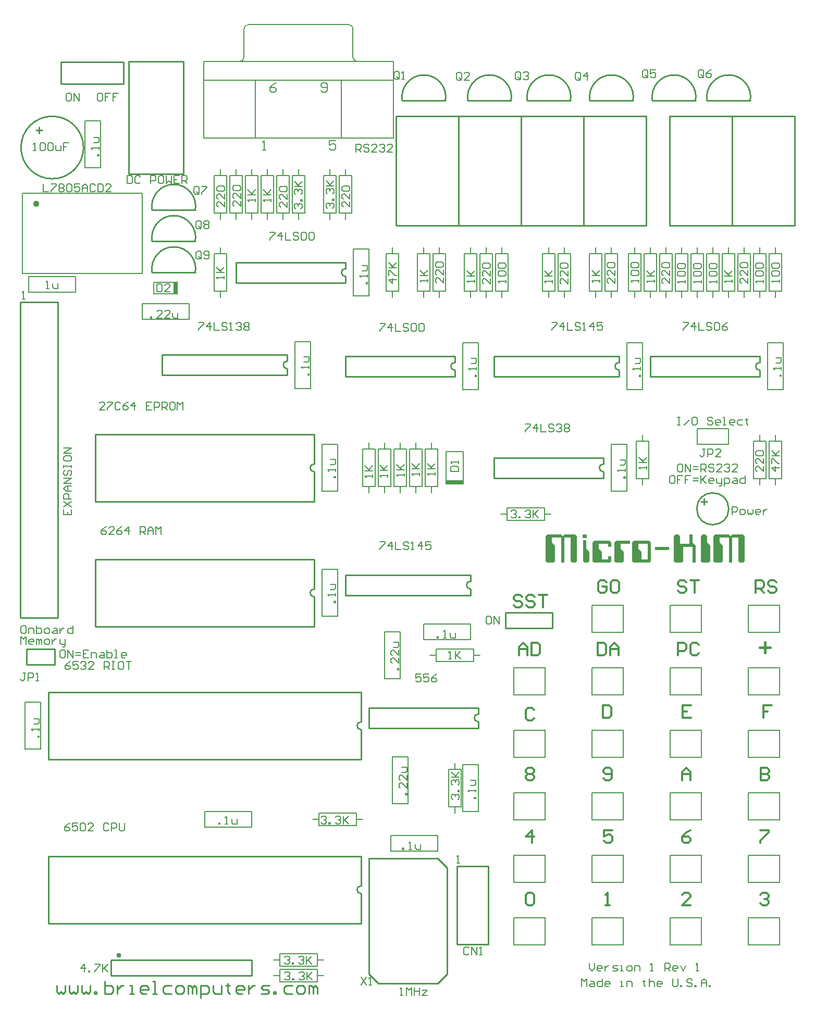
<source format=gto>
%FSLAX24Y24*%
%MOIN*%
G70*
G01*
G75*
G04 Layer_Color=65535*
%ADD10R,0.1500X0.0800*%
%ADD11R,0.3500X0.4500*%
%ADD12C,0.0080*%
%ADD13C,0.0500*%
%ADD14C,0.0150*%
%ADD15C,0.0100*%
%ADD16O,0.0500X0.1000*%
%ADD17R,0.0500X0.1000*%
%ADD18C,0.0600*%
%ADD19R,0.0600X0.0600*%
%ADD20C,0.0750*%
%ADD21C,0.0660*%
%ADD22R,0.0660X0.0660*%
%ADD23C,0.0669*%
%ADD24C,0.0787*%
%ADD25R,0.0787X0.0787*%
%ADD26R,0.0650X0.0650*%
%ADD27C,0.0650*%
%ADD28R,0.1200X0.0650*%
%ADD29O,0.1200X0.0650*%
%ADD30C,0.1900*%
%ADD31C,0.1800*%
%ADD32R,0.0650X0.0650*%
%ADD33C,0.1874*%
%ADD34R,0.0665X0.0665*%
%ADD35C,0.0665*%
%ADD36R,0.0591X0.0591*%
%ADD37C,0.0591*%
%ADD38R,0.0750X0.0750*%
%ADD39C,0.0550*%
%ADD40C,0.0260*%
%ADD41C,0.2000*%
%ADD42C,0.0500*%
%ADD43C,0.0197*%
%ADD44C,0.0079*%
%ADD45C,0.0050*%
%ADD46C,0.0140*%
%ADD47C,0.0160*%
%ADD48C,0.0070*%
%ADD49C,0.0120*%
%ADD50C,0.0059*%
%ADD51R,0.1102X0.0315*%
%ADD52R,0.0315X0.0748*%
G36*
X44131Y29650D02*
Y29248D01*
X44332Y29046D01*
Y28051D01*
X44230Y27948D01*
X43831D01*
X43732Y28051D01*
Y29650D01*
X43831Y29753D01*
X44028D01*
X44131Y29650D01*
D02*
G37*
G36*
X41706Y28746D02*
X40802D01*
Y28947D01*
X41706D01*
Y28746D01*
D02*
G37*
G36*
X40547Y29251D02*
Y28051D01*
X40445Y27948D01*
X39445D01*
X39347Y28051D01*
Y29251D01*
X39445Y29354D01*
X40445D01*
X40547Y29251D01*
D02*
G37*
G36*
X36413Y28852D02*
X36611Y28651D01*
Y28054D01*
X36512Y27948D01*
X36314D01*
X36215Y28054D01*
Y29358D01*
X36413D01*
Y28852D01*
D02*
G37*
G36*
X39206Y29153D02*
X38606D01*
Y28849D01*
X38807Y28651D01*
Y28051D01*
X38704Y27948D01*
X38309D01*
X38207Y28051D01*
Y29251D01*
X38305Y29354D01*
X39206D01*
Y29153D01*
D02*
G37*
G36*
X36451Y29688D02*
Y29552D01*
X36413Y29517D01*
X36212D01*
X36177Y29552D01*
Y29688D01*
X36215Y29726D01*
X36413D01*
X36451Y29688D01*
D02*
G37*
G36*
X35813Y29650D02*
Y28051D01*
X35710Y27948D01*
X35512D01*
X35414Y28051D01*
Y29552D01*
X35015D01*
Y27948D01*
X34817D01*
Y29552D01*
X34213D01*
Y29244D01*
X34410Y29050D01*
Y28051D01*
X34308Y27948D01*
X33913D01*
X33810Y28051D01*
Y29650D01*
X33913Y29753D01*
X34813D01*
X34916Y29650D01*
X35018Y29753D01*
X35710D01*
X35813Y29650D01*
D02*
G37*
G36*
X46536D02*
Y28051D01*
X46434Y27948D01*
X46236D01*
X46137Y28051D01*
Y29552D01*
X45738D01*
Y27948D01*
X45541D01*
Y29552D01*
X44936D01*
Y29244D01*
X45134Y29050D01*
Y28051D01*
X45031Y27948D01*
X44636D01*
X44534Y28051D01*
Y29650D01*
X44636Y29753D01*
X45537D01*
X45639Y29650D01*
X45742Y29753D01*
X46434D01*
X46536Y29650D01*
D02*
G37*
G36*
X38013Y29251D02*
Y28955D01*
X37815D01*
Y29153D01*
X37211D01*
Y28849D01*
X37412Y28651D01*
Y28149D01*
X37815D01*
Y28351D01*
X38013D01*
Y28051D01*
X37910Y27948D01*
X36911D01*
X36812Y28051D01*
Y29251D01*
X36911Y29354D01*
X37910D01*
X38013Y29251D01*
D02*
G37*
G36*
X43223Y29248D02*
X43420Y29046D01*
Y27948D01*
X43223D01*
Y28951D01*
X42618D01*
Y28051D01*
X42516Y27948D01*
X42117D01*
X42018Y28051D01*
Y29650D01*
X42117Y29753D01*
X42314D01*
X42417Y29650D01*
Y29153D01*
X43025D01*
Y29753D01*
X43223D01*
Y29248D01*
D02*
G37*
%LPC*%
G36*
X40350Y29153D02*
X39749D01*
Y28845D01*
X39947Y28651D01*
Y28149D01*
X40350D01*
Y29153D01*
D02*
G37*
%LPD*%
D12*
X4350Y56200D02*
X5350D01*
X4350Y53200D02*
Y56200D01*
Y53200D02*
X5350D01*
Y56200D01*
X750Y45250D02*
Y46250D01*
Y45250D02*
X3750D01*
Y46250D01*
X750D02*
X3750D01*
X12000Y12000D02*
X15000D01*
Y11000D02*
Y12000D01*
X12000Y11000D02*
X15000D01*
X12000D02*
Y12000D01*
X500Y16000D02*
X1500D01*
Y19000D01*
X500D02*
X1500D01*
X500Y16000D02*
Y19000D01*
X20500Y24500D02*
Y27500D01*
X19500Y24500D02*
X20500D01*
X19500D02*
Y27500D01*
X20500D01*
X19500Y32500D02*
X20500D01*
Y35500D01*
X19500D02*
X20500D01*
X19500Y32500D02*
Y35500D01*
X29500Y39000D02*
Y42000D01*
X28500Y39000D02*
X29500D01*
X28500D02*
Y42000D01*
X29500D01*
X38000Y35500D02*
X39000D01*
X38000Y32500D02*
Y35500D01*
Y32500D02*
X39000D01*
Y35500D01*
X40000Y39000D02*
Y42000D01*
X39000Y39000D02*
X40000D01*
X39000D02*
Y42000D01*
X40000D01*
X48000D02*
X49000D01*
X48000Y39000D02*
Y42000D01*
Y39000D02*
X49000D01*
Y42000D01*
X18780Y39090D02*
Y42090D01*
X17780Y39090D02*
X18780D01*
X17780D02*
Y42090D01*
X18780D01*
X28500Y12000D02*
X29500D01*
Y15000D01*
X28500D02*
X29500D01*
X28500Y12000D02*
Y15000D01*
X26000Y24000D02*
X29000D01*
Y23000D02*
Y24000D01*
X26000Y23000D02*
X29000D01*
X26000D02*
Y24000D01*
X23920Y9470D02*
Y10470D01*
Y9470D02*
X26920D01*
Y10470D01*
X23920D02*
X26920D01*
X22500Y45000D02*
Y48000D01*
X21500Y45000D02*
X22500D01*
X21500D02*
Y48000D01*
X22500D01*
X23500Y20500D02*
X24500D01*
Y23500D01*
X23500D02*
X24500D01*
X23500Y20500D02*
Y23500D01*
X25000Y12500D02*
Y15500D01*
X24000Y12500D02*
X25000D01*
X24000D02*
Y15500D01*
X25000D01*
X11000Y43500D02*
Y44500D01*
X8000D02*
X11000D01*
X8000Y43500D02*
Y44500D01*
Y43500D02*
X11000D01*
X4310Y1740D02*
Y2240D01*
X4060Y1990D01*
X4393D01*
X4560Y1740D02*
Y1823D01*
X4643D01*
Y1740D01*
X4560D01*
X4976Y2240D02*
X5310D01*
Y2157D01*
X4976Y1823D01*
Y1740D01*
X5476Y2240D02*
Y1740D01*
Y1907D01*
X5809Y2240D01*
X5560Y1990D01*
X5809Y1740D01*
X40280Y33930D02*
Y34097D01*
Y34013D01*
X39780D01*
X39863Y33930D01*
X39780Y34347D02*
X40280D01*
X40113D01*
X39780Y34680D01*
X40030Y34430D01*
X40280Y34680D01*
X7050Y52700D02*
Y52200D01*
X7300D01*
X7383Y52283D01*
Y52617D01*
X7300Y52700D01*
X7050D01*
X7883Y52617D02*
X7800Y52700D01*
X7633D01*
X7550Y52617D01*
Y52283D01*
X7633Y52200D01*
X7800D01*
X7883Y52283D01*
X8550Y52200D02*
Y52700D01*
X8799D01*
X8883Y52617D01*
Y52450D01*
X8799Y52367D01*
X8550D01*
X9299Y52700D02*
X9133D01*
X9049Y52617D01*
Y52283D01*
X9133Y52200D01*
X9299D01*
X9383Y52283D01*
Y52617D01*
X9299Y52700D01*
X9549D02*
Y52200D01*
X9716Y52367D01*
X9882Y52200D01*
Y52700D01*
X10382D02*
X10049D01*
Y52200D01*
X10382D01*
X10049Y52450D02*
X10216D01*
X10549Y52200D02*
Y52700D01*
X10799D01*
X10882Y52617D01*
Y52450D01*
X10799Y52367D01*
X10549D01*
X10715D02*
X10882Y52200D01*
X22010Y1400D02*
X22343Y900D01*
Y1400D02*
X22010Y900D01*
X22510D02*
X22676D01*
X22593D01*
Y1400D01*
X22510Y1317D01*
X23200Y43240D02*
X23533D01*
Y43157D01*
X23200Y42823D01*
Y42740D01*
X23950D02*
Y43240D01*
X23700Y42990D01*
X24033D01*
X24200Y43240D02*
Y42740D01*
X24533D01*
X25033Y43157D02*
X24949Y43240D01*
X24783D01*
X24700Y43157D01*
Y43073D01*
X24783Y42990D01*
X24949D01*
X25033Y42907D01*
Y42823D01*
X24949Y42740D01*
X24783D01*
X24700Y42823D01*
X25199Y43157D02*
X25283Y43240D01*
X25449D01*
X25533Y43157D01*
Y42823D01*
X25449Y42740D01*
X25283D01*
X25199Y42823D01*
Y43157D01*
X25699D02*
X25782Y43240D01*
X25949D01*
X26032Y43157D01*
Y42823D01*
X25949Y42740D01*
X25782D01*
X25699Y42823D01*
Y43157D01*
X11600Y43300D02*
X11933D01*
Y43217D01*
X11600Y42883D01*
Y42800D01*
X12350D02*
Y43300D01*
X12100Y43050D01*
X12433D01*
X12600Y43300D02*
Y42800D01*
X12933D01*
X13433Y43217D02*
X13349Y43300D01*
X13183D01*
X13100Y43217D01*
Y43133D01*
X13183Y43050D01*
X13349D01*
X13433Y42967D01*
Y42883D01*
X13349Y42800D01*
X13183D01*
X13100Y42883D01*
X13599Y42800D02*
X13766D01*
X13683D01*
Y43300D01*
X13599Y43217D01*
X14016D02*
X14099Y43300D01*
X14266D01*
X14349Y43217D01*
Y43133D01*
X14266Y43050D01*
X14182D01*
X14266D01*
X14349Y42967D01*
Y42883D01*
X14266Y42800D01*
X14099D01*
X14016Y42883D01*
X14516Y43217D02*
X14599Y43300D01*
X14766D01*
X14849Y43217D01*
Y43133D01*
X14766Y43050D01*
X14849Y42967D01*
Y42883D01*
X14766Y42800D01*
X14599D01*
X14516Y42883D01*
Y42967D01*
X14599Y43050D01*
X14516Y43133D01*
Y43217D01*
X14599Y43050D02*
X14766D01*
X5593Y37710D02*
X5260D01*
X5593Y38043D01*
Y38127D01*
X5510Y38210D01*
X5343D01*
X5260Y38127D01*
X5760Y38210D02*
X6093D01*
Y38127D01*
X5760Y37793D01*
Y37710D01*
X6593Y38127D02*
X6510Y38210D01*
X6343D01*
X6260Y38127D01*
Y37793D01*
X6343Y37710D01*
X6510D01*
X6593Y37793D01*
X7093Y38210D02*
X6926Y38127D01*
X6760Y37960D01*
Y37793D01*
X6843Y37710D01*
X7009D01*
X7093Y37793D01*
Y37877D01*
X7009Y37960D01*
X6760D01*
X7509Y37710D02*
Y38210D01*
X7259Y37960D01*
X7593D01*
X8592Y38210D02*
X8259D01*
Y37710D01*
X8592D01*
X8259Y37960D02*
X8426D01*
X8759Y37710D02*
Y38210D01*
X9009D01*
X9092Y38127D01*
Y37960D01*
X9009Y37877D01*
X8759D01*
X9259Y37710D02*
Y38210D01*
X9509D01*
X9592Y38127D01*
Y37960D01*
X9509Y37877D01*
X9259D01*
X9425D02*
X9592Y37710D01*
X10008Y38210D02*
X9842D01*
X9759Y38127D01*
Y37793D01*
X9842Y37710D01*
X10008D01*
X10092Y37793D01*
Y38127D01*
X10008Y38210D01*
X10258Y37710D02*
Y38210D01*
X10425Y38043D01*
X10592Y38210D01*
Y37710D01*
X5713Y30230D02*
X5547Y30147D01*
X5380Y29980D01*
Y29813D01*
X5463Y29730D01*
X5630D01*
X5713Y29813D01*
Y29897D01*
X5630Y29980D01*
X5380D01*
X6213Y29730D02*
X5880D01*
X6213Y30063D01*
Y30147D01*
X6130Y30230D01*
X5963D01*
X5880Y30147D01*
X6713Y30230D02*
X6546Y30147D01*
X6380Y29980D01*
Y29813D01*
X6463Y29730D01*
X6630D01*
X6713Y29813D01*
Y29897D01*
X6630Y29980D01*
X6380D01*
X7129Y29730D02*
Y30230D01*
X6880Y29980D01*
X7213D01*
X7879Y29730D02*
Y30230D01*
X8129D01*
X8212Y30147D01*
Y29980D01*
X8129Y29897D01*
X7879D01*
X8046D02*
X8212Y29730D01*
X8379D02*
Y30063D01*
X8546Y30230D01*
X8712Y30063D01*
Y29730D01*
Y29980D01*
X8379D01*
X8879Y29730D02*
Y30230D01*
X9045Y30063D01*
X9212Y30230D01*
Y29730D01*
X42600Y43300D02*
X42933D01*
Y43217D01*
X42600Y42883D01*
Y42800D01*
X43350D02*
Y43300D01*
X43100Y43050D01*
X43433D01*
X43600Y43300D02*
Y42800D01*
X43933D01*
X44433Y43217D02*
X44349Y43300D01*
X44183D01*
X44100Y43217D01*
Y43133D01*
X44183Y43050D01*
X44349D01*
X44433Y42967D01*
Y42883D01*
X44349Y42800D01*
X44183D01*
X44100Y42883D01*
X44599Y43217D02*
X44683Y43300D01*
X44849D01*
X44933Y43217D01*
Y42883D01*
X44849Y42800D01*
X44683D01*
X44599Y42883D01*
Y43217D01*
X45432Y43300D02*
X45266Y43217D01*
X45099Y43050D01*
Y42883D01*
X45182Y42800D01*
X45349D01*
X45432Y42883D01*
Y42967D01*
X45349Y43050D01*
X45099D01*
X16160Y49080D02*
X16493D01*
Y48997D01*
X16160Y48663D01*
Y48580D01*
X16910D02*
Y49080D01*
X16660Y48830D01*
X16993D01*
X17160Y49080D02*
Y48580D01*
X17493D01*
X17993Y48997D02*
X17909Y49080D01*
X17743D01*
X17660Y48997D01*
Y48913D01*
X17743Y48830D01*
X17909D01*
X17993Y48747D01*
Y48663D01*
X17909Y48580D01*
X17743D01*
X17660Y48663D01*
X18159Y48997D02*
X18243Y49080D01*
X18409D01*
X18493Y48997D01*
Y48663D01*
X18409Y48580D01*
X18243D01*
X18159Y48663D01*
Y48997D01*
X18659D02*
X18743Y49080D01*
X18909D01*
X18992Y48997D01*
Y48663D01*
X18909Y48580D01*
X18743D01*
X18659Y48663D01*
Y48997D01*
X3403Y21600D02*
X3237Y21517D01*
X3070Y21350D01*
Y21183D01*
X3153Y21100D01*
X3320D01*
X3403Y21183D01*
Y21267D01*
X3320Y21350D01*
X3070D01*
X3903Y21600D02*
X3570D01*
Y21350D01*
X3736Y21433D01*
X3820D01*
X3903Y21350D01*
Y21183D01*
X3820Y21100D01*
X3653D01*
X3570Y21183D01*
X4070Y21517D02*
X4153Y21600D01*
X4320D01*
X4403Y21517D01*
Y21433D01*
X4320Y21350D01*
X4236D01*
X4320D01*
X4403Y21267D01*
Y21183D01*
X4320Y21100D01*
X4153D01*
X4070Y21183D01*
X4903Y21100D02*
X4570D01*
X4903Y21433D01*
Y21517D01*
X4819Y21600D01*
X4653D01*
X4570Y21517D01*
X5569Y21100D02*
Y21600D01*
X5819D01*
X5902Y21517D01*
Y21350D01*
X5819Y21267D01*
X5569D01*
X5736D02*
X5902Y21100D01*
X6069Y21600D02*
X6236D01*
X6152D01*
Y21100D01*
X6069D01*
X6236D01*
X6735Y21600D02*
X6569D01*
X6486Y21517D01*
Y21183D01*
X6569Y21100D01*
X6735D01*
X6819Y21183D01*
Y21517D01*
X6735Y21600D01*
X6985D02*
X7319D01*
X7152D01*
Y21100D01*
X25833Y20800D02*
X25500D01*
Y20550D01*
X25667Y20633D01*
X25750D01*
X25833Y20550D01*
Y20383D01*
X25750Y20300D01*
X25583D01*
X25500Y20383D01*
X26333Y20800D02*
X26000D01*
Y20550D01*
X26166Y20633D01*
X26250D01*
X26333Y20550D01*
Y20383D01*
X26250Y20300D01*
X26083D01*
X26000Y20383D01*
X26833Y20800D02*
X26666Y20717D01*
X26500Y20550D01*
Y20383D01*
X26583Y20300D01*
X26750D01*
X26833Y20383D01*
Y20467D01*
X26750Y20550D01*
X26500D01*
X23220Y29270D02*
X23553D01*
Y29187D01*
X23220Y28853D01*
Y28770D01*
X23970D02*
Y29270D01*
X23720Y29020D01*
X24053D01*
X24220Y29270D02*
Y28770D01*
X24553D01*
X25053Y29187D02*
X24969Y29270D01*
X24803D01*
X24720Y29187D01*
Y29103D01*
X24803Y29020D01*
X24969D01*
X25053Y28937D01*
Y28853D01*
X24969Y28770D01*
X24803D01*
X24720Y28853D01*
X25219Y28770D02*
X25386D01*
X25303D01*
Y29270D01*
X25219Y29187D01*
X25886Y28770D02*
Y29270D01*
X25636Y29020D01*
X25969D01*
X26469Y29270D02*
X26136D01*
Y29020D01*
X26302Y29103D01*
X26386D01*
X26469Y29020D01*
Y28853D01*
X26386Y28770D01*
X26219D01*
X26136Y28853D01*
X32500Y36800D02*
X32833D01*
Y36717D01*
X32500Y36383D01*
Y36300D01*
X33250D02*
Y36800D01*
X33000Y36550D01*
X33333D01*
X33500Y36800D02*
Y36300D01*
X33833D01*
X34333Y36717D02*
X34249Y36800D01*
X34083D01*
X34000Y36717D01*
Y36633D01*
X34083Y36550D01*
X34249D01*
X34333Y36467D01*
Y36383D01*
X34249Y36300D01*
X34083D01*
X34000Y36383D01*
X34499Y36717D02*
X34583Y36800D01*
X34749D01*
X34833Y36717D01*
Y36633D01*
X34749Y36550D01*
X34666D01*
X34749D01*
X34833Y36467D01*
Y36383D01*
X34749Y36300D01*
X34583D01*
X34499Y36383D01*
X34999Y36717D02*
X35082Y36800D01*
X35249D01*
X35332Y36717D01*
Y36633D01*
X35249Y36550D01*
X35332Y36467D01*
Y36383D01*
X35249Y36300D01*
X35082D01*
X34999Y36383D01*
Y36467D01*
X35082Y36550D01*
X34999Y36633D01*
Y36717D01*
X35082Y36550D02*
X35249D01*
X34200Y43300D02*
X34533D01*
Y43217D01*
X34200Y42883D01*
Y42800D01*
X34950D02*
Y43300D01*
X34700Y43050D01*
X35033D01*
X35200Y43300D02*
Y42800D01*
X35533D01*
X36033Y43217D02*
X35949Y43300D01*
X35783D01*
X35700Y43217D01*
Y43133D01*
X35783Y43050D01*
X35949D01*
X36033Y42967D01*
Y42883D01*
X35949Y42800D01*
X35783D01*
X35700Y42883D01*
X36199Y42800D02*
X36366D01*
X36283D01*
Y43300D01*
X36199Y43217D01*
X36866Y42800D02*
Y43300D01*
X36616Y43050D01*
X36949D01*
X37449Y43300D02*
X37116D01*
Y43050D01*
X37282Y43133D01*
X37366D01*
X37449Y43050D01*
Y42883D01*
X37366Y42800D01*
X37199D01*
X37116Y42883D01*
X3373Y11270D02*
X3207Y11187D01*
X3040Y11020D01*
Y10853D01*
X3123Y10770D01*
X3290D01*
X3373Y10853D01*
Y10937D01*
X3290Y11020D01*
X3040D01*
X3873Y11270D02*
X3540D01*
Y11020D01*
X3706Y11103D01*
X3790D01*
X3873Y11020D01*
Y10853D01*
X3790Y10770D01*
X3623D01*
X3540Y10853D01*
X4040Y11187D02*
X4123Y11270D01*
X4290D01*
X4373Y11187D01*
Y10853D01*
X4290Y10770D01*
X4123D01*
X4040Y10853D01*
Y11187D01*
X4873Y10770D02*
X4540D01*
X4873Y11103D01*
Y11187D01*
X4789Y11270D01*
X4623D01*
X4540Y11187D01*
X5872D02*
X5789Y11270D01*
X5623D01*
X5539Y11187D01*
Y10853D01*
X5623Y10770D01*
X5789D01*
X5872Y10853D01*
X6039Y10770D02*
Y11270D01*
X6289D01*
X6372Y11187D01*
Y11020D01*
X6289Y10937D01*
X6039D01*
X6539Y11270D02*
Y10853D01*
X6622Y10770D01*
X6789D01*
X6872Y10853D01*
Y11270D01*
X1670Y52170D02*
Y51670D01*
X2003D01*
X2170Y52170D02*
X2503D01*
Y52087D01*
X2170Y51753D01*
Y51670D01*
X2670Y52087D02*
X2753Y52170D01*
X2920D01*
X3003Y52087D01*
Y52003D01*
X2920Y51920D01*
X3003Y51837D01*
Y51753D01*
X2920Y51670D01*
X2753D01*
X2670Y51753D01*
Y51837D01*
X2753Y51920D01*
X2670Y52003D01*
Y52087D01*
X2753Y51920D02*
X2920D01*
X3170Y52087D02*
X3253Y52170D01*
X3419D01*
X3503Y52087D01*
Y51753D01*
X3419Y51670D01*
X3253D01*
X3170Y51753D01*
Y52087D01*
X4003Y52170D02*
X3669D01*
Y51920D01*
X3836Y52003D01*
X3919D01*
X4003Y51920D01*
Y51753D01*
X3919Y51670D01*
X3753D01*
X3669Y51753D01*
X4169Y51670D02*
Y52003D01*
X4336Y52170D01*
X4502Y52003D01*
Y51670D01*
Y51920D01*
X4169D01*
X5002Y52087D02*
X4919Y52170D01*
X4752D01*
X4669Y52087D01*
Y51753D01*
X4752Y51670D01*
X4919D01*
X5002Y51753D01*
X5169Y52170D02*
Y51670D01*
X5419D01*
X5502Y51753D01*
Y52087D01*
X5419Y52170D01*
X5169D01*
X6002Y51670D02*
X5669D01*
X6002Y52003D01*
Y52087D01*
X5919Y52170D01*
X5752D01*
X5669Y52087D01*
X17823Y50580D02*
X17740Y50663D01*
Y50830D01*
X17823Y50913D01*
X17907D01*
X17990Y50830D01*
Y50747D01*
Y50830D01*
X18073Y50913D01*
X18157D01*
X18240Y50830D01*
Y50663D01*
X18157Y50580D01*
X18240Y51080D02*
X18157D01*
Y51163D01*
X18240D01*
Y51080D01*
X17823Y51496D02*
X17740Y51580D01*
Y51746D01*
X17823Y51830D01*
X17907D01*
X17990Y51746D01*
Y51663D01*
Y51746D01*
X18073Y51830D01*
X18157D01*
X18240Y51746D01*
Y51580D01*
X18157Y51496D01*
X17740Y51996D02*
X18240D01*
X18073D01*
X17740Y52329D01*
X17990Y52080D01*
X18240Y52329D01*
X13290Y51033D02*
Y50700D01*
X12957Y51033D01*
X12873D01*
X12790Y50950D01*
Y50783D01*
X12873Y50700D01*
X13290Y51533D02*
Y51200D01*
X12957Y51533D01*
X12873D01*
X12790Y51450D01*
Y51283D01*
X12873Y51200D01*
Y51700D02*
X12790Y51783D01*
Y51950D01*
X12873Y52033D01*
X13207D01*
X13290Y51950D01*
Y51783D01*
X13207Y51700D01*
X12873D01*
X19843Y50610D02*
X19760Y50693D01*
Y50860D01*
X19843Y50943D01*
X19927D01*
X20010Y50860D01*
Y50777D01*
Y50860D01*
X20093Y50943D01*
X20177D01*
X20260Y50860D01*
Y50693D01*
X20177Y50610D01*
X20260Y51110D02*
X20177D01*
Y51193D01*
X20260D01*
Y51110D01*
X19843Y51526D02*
X19760Y51610D01*
Y51776D01*
X19843Y51860D01*
X19927D01*
X20010Y51776D01*
Y51693D01*
Y51776D01*
X20093Y51860D01*
X20177D01*
X20260Y51776D01*
Y51610D01*
X20177Y51526D01*
X19760Y52026D02*
X20260D01*
X20093D01*
X19760Y52359D01*
X20010Y52110D01*
X20260Y52359D01*
X14300Y51063D02*
Y50730D01*
X13967Y51063D01*
X13883D01*
X13800Y50980D01*
Y50813D01*
X13883Y50730D01*
X14300Y51563D02*
Y51230D01*
X13967Y51563D01*
X13883D01*
X13800Y51480D01*
Y51313D01*
X13883Y51230D01*
Y51730D02*
X13800Y51813D01*
Y51980D01*
X13883Y52063D01*
X14217D01*
X14300Y51980D01*
Y51813D01*
X14217Y51730D01*
X13883D01*
X13250Y46100D02*
Y46267D01*
Y46183D01*
X12750D01*
X12833Y46100D01*
X12750Y46517D02*
X13250D01*
X13083D01*
X12750Y46850D01*
X13000Y46600D01*
X13250Y46850D01*
X21290Y51033D02*
Y50700D01*
X20957Y51033D01*
X20873D01*
X20790Y50950D01*
Y50783D01*
X20873Y50700D01*
X21290Y51533D02*
Y51200D01*
X20957Y51533D01*
X20873D01*
X20790Y51450D01*
Y51283D01*
X20873Y51200D01*
Y51700D02*
X20790Y51783D01*
Y51950D01*
X20873Y52033D01*
X21207D01*
X21290Y51950D01*
Y51783D01*
X21207Y51700D01*
X20873D01*
X17290Y51023D02*
Y50690D01*
X16957Y51023D01*
X16873D01*
X16790Y50940D01*
Y50773D01*
X16873Y50690D01*
X17290Y51523D02*
Y51190D01*
X16957Y51523D01*
X16873D01*
X16790Y51440D01*
Y51273D01*
X16873Y51190D01*
Y51690D02*
X16790Y51773D01*
Y51940D01*
X16873Y52023D01*
X17207D01*
X17290Y51940D01*
Y51773D01*
X17207Y51690D01*
X16873D01*
X15250Y51050D02*
Y51217D01*
Y51133D01*
X14750D01*
X14833Y51050D01*
X14750Y51467D02*
X15250D01*
X15083D01*
X14750Y51800D01*
X15000Y51550D01*
X15250Y51800D01*
X26750Y33530D02*
Y33697D01*
Y33613D01*
X26250D01*
X26333Y33530D01*
X26250Y33947D02*
X26750D01*
X26583D01*
X26250Y34280D01*
X26500Y34030D01*
X26750Y34280D01*
X16250Y51050D02*
Y51217D01*
Y51133D01*
X15750D01*
X15833Y51050D01*
X15750Y51467D02*
X16250D01*
X16083D01*
X15750Y51800D01*
X16000Y51550D01*
X16250Y51800D01*
X48770Y34010D02*
X48270D01*
X48520Y33760D01*
Y34093D01*
X48270Y34260D02*
Y34593D01*
X48353D01*
X48687Y34260D01*
X48770D01*
X48270Y34760D02*
X48770D01*
X48603D01*
X48270Y35093D01*
X48520Y34843D01*
X48770Y35093D01*
X27610Y21760D02*
X27777D01*
X27693D01*
Y22260D01*
X27610Y22177D01*
X28027Y22260D02*
Y21760D01*
Y21927D01*
X28360Y22260D01*
X28110Y22010D01*
X28360Y21760D01*
X24270Y46050D02*
X23770D01*
X24020Y45800D01*
Y46133D01*
X23770Y46300D02*
Y46633D01*
X23853D01*
X24187Y46300D01*
X24270D01*
X23770Y46800D02*
X24270D01*
X24103D01*
X23770Y47133D01*
X24020Y46883D01*
X24270Y47133D01*
X47740Y45850D02*
Y46017D01*
Y45933D01*
X47240D01*
X47323Y45850D01*
Y46267D02*
X47240Y46350D01*
Y46516D01*
X47323Y46600D01*
X47657D01*
X47740Y46516D01*
Y46350D01*
X47657Y46267D01*
X47323D01*
Y46766D02*
X47240Y46850D01*
Y47016D01*
X47323Y47100D01*
X47657D01*
X47740Y47016D01*
Y46850D01*
X47657Y46766D01*
X47323D01*
X43760Y45840D02*
Y46007D01*
Y45923D01*
X43260D01*
X43343Y45840D01*
Y46257D02*
X43260Y46340D01*
Y46506D01*
X43343Y46590D01*
X43677D01*
X43760Y46506D01*
Y46340D01*
X43677Y46257D01*
X43343D01*
Y46756D02*
X43260Y46840D01*
Y47006D01*
X43343Y47090D01*
X43677D01*
X43760Y47006D01*
Y46840D01*
X43677Y46756D01*
X43343D01*
X39770Y45880D02*
Y46047D01*
Y45963D01*
X39270D01*
X39353Y45880D01*
Y46297D02*
X39270Y46380D01*
Y46546D01*
X39353Y46630D01*
X39687D01*
X39770Y46546D01*
Y46380D01*
X39687Y46297D01*
X39353D01*
Y46796D02*
X39270Y46880D01*
Y47046D01*
X39353Y47130D01*
X39687D01*
X39770Y47046D01*
Y46880D01*
X39687Y46796D01*
X39353D01*
X31260Y45850D02*
Y46017D01*
Y45933D01*
X30760D01*
X30843Y45850D01*
Y46267D02*
X30760Y46350D01*
Y46516D01*
X30843Y46600D01*
X31177D01*
X31260Y46516D01*
Y46350D01*
X31177Y46267D01*
X30843D01*
Y46766D02*
X30760Y46850D01*
Y47016D01*
X30843Y47100D01*
X31177D01*
X31260Y47016D01*
Y46850D01*
X31177Y46766D01*
X30843D01*
X42750Y45840D02*
Y46007D01*
Y45923D01*
X42250D01*
X42333Y45840D01*
Y46257D02*
X42250Y46340D01*
Y46506D01*
X42333Y46590D01*
X42667D01*
X42750Y46506D01*
Y46340D01*
X42667Y46257D01*
X42333D01*
Y46756D02*
X42250Y46840D01*
Y47006D01*
X42333Y47090D01*
X42667D01*
X42750Y47006D01*
Y46840D01*
X42667Y46756D01*
X42333D01*
X44760Y45840D02*
Y46007D01*
Y45923D01*
X44260D01*
X44343Y45840D01*
Y46257D02*
X44260Y46340D01*
Y46506D01*
X44343Y46590D01*
X44677D01*
X44760Y46506D01*
Y46340D01*
X44677Y46257D01*
X44343D01*
Y46756D02*
X44260Y46840D01*
Y47006D01*
X44343Y47090D01*
X44677D01*
X44760Y47006D01*
Y46840D01*
X44677Y46756D01*
X44343D01*
X48770Y45860D02*
Y46027D01*
Y45943D01*
X48270D01*
X48353Y45860D01*
Y46277D02*
X48270Y46360D01*
Y46526D01*
X48353Y46610D01*
X48687D01*
X48770Y46526D01*
Y46360D01*
X48687Y46277D01*
X48353D01*
Y46776D02*
X48270Y46860D01*
Y47026D01*
X48353Y47110D01*
X48687D01*
X48770Y47026D01*
Y46860D01*
X48687Y46776D01*
X48353D01*
X23700Y33420D02*
Y33587D01*
Y33503D01*
X23200D01*
X23283Y33420D01*
X23200Y33837D02*
X23700D01*
X23533D01*
X23200Y34170D01*
X23450Y33920D01*
X23700Y34170D01*
X25750Y33510D02*
Y33677D01*
Y33593D01*
X25250D01*
X25333Y33510D01*
X25250Y33927D02*
X25750D01*
X25583D01*
X25250Y34260D01*
X25500Y34010D01*
X25750Y34260D01*
X22750Y33390D02*
Y33557D01*
Y33473D01*
X22250D01*
X22333Y33390D01*
X22250Y33807D02*
X22750D01*
X22583D01*
X22250Y34140D01*
X22500Y33890D01*
X22750Y34140D01*
X24770Y33470D02*
Y33637D01*
Y33553D01*
X24270D01*
X24353Y33470D01*
X24270Y33887D02*
X24770D01*
X24603D01*
X24270Y34220D01*
X24520Y33970D01*
X24770Y34220D01*
X45750Y45860D02*
Y46027D01*
Y45943D01*
X45250D01*
X45333Y45860D01*
X45250Y46277D02*
X45750D01*
X45583D01*
X45250Y46610D01*
X45500Y46360D01*
X45750Y46610D01*
X46750Y46133D02*
Y45800D01*
X46417Y46133D01*
X46333D01*
X46250Y46050D01*
Y45883D01*
X46333Y45800D01*
X46750Y46633D02*
Y46300D01*
X46417Y46633D01*
X46333D01*
X46250Y46550D01*
Y46383D01*
X46333Y46300D01*
Y46800D02*
X46250Y46883D01*
Y47050D01*
X46333Y47133D01*
X46667D01*
X46750Y47050D01*
Y46883D01*
X46667Y46800D01*
X46333D01*
X40770Y45870D02*
Y46037D01*
Y45953D01*
X40270D01*
X40353Y45870D01*
X40270Y46287D02*
X40770D01*
X40603D01*
X40270Y46620D01*
X40520Y46370D01*
X40770Y46620D01*
X41750Y46133D02*
Y45800D01*
X41417Y46133D01*
X41333D01*
X41250Y46050D01*
Y45883D01*
X41333Y45800D01*
X41750Y46633D02*
Y46300D01*
X41417Y46633D01*
X41333D01*
X41250Y46550D01*
Y46383D01*
X41333Y46300D01*
Y46800D02*
X41250Y46883D01*
Y47050D01*
X41333Y47133D01*
X41667D01*
X41750Y47050D01*
Y46883D01*
X41667Y46800D01*
X41333D01*
X37260Y45880D02*
Y46047D01*
Y45963D01*
X36760D01*
X36843Y45880D01*
X36760Y46297D02*
X37260D01*
X37093D01*
X36760Y46630D01*
X37010Y46380D01*
X37260Y46630D01*
X38250Y46153D02*
Y45820D01*
X37917Y46153D01*
X37833D01*
X37750Y46070D01*
Y45903D01*
X37833Y45820D01*
X38250Y46653D02*
Y46320D01*
X37917Y46653D01*
X37833D01*
X37750Y46570D01*
Y46403D01*
X37833Y46320D01*
Y46820D02*
X37750Y46903D01*
Y47070D01*
X37833Y47153D01*
X38167D01*
X38250Y47070D01*
Y46903D01*
X38167Y46820D01*
X37833D01*
X34240Y45850D02*
Y46017D01*
Y45933D01*
X33740D01*
X33823Y45850D01*
X33740Y46267D02*
X34240D01*
X34073D01*
X33740Y46600D01*
X33990Y46350D01*
X34240Y46600D01*
X35240Y46103D02*
Y45770D01*
X34907Y46103D01*
X34823D01*
X34740Y46020D01*
Y45853D01*
X34823Y45770D01*
X35240Y46603D02*
Y46270D01*
X34907Y46603D01*
X34823D01*
X34740Y46520D01*
Y46353D01*
X34823Y46270D01*
Y46770D02*
X34740Y46853D01*
Y47020D01*
X34823Y47103D01*
X35157D01*
X35240Y47020D01*
Y46853D01*
X35157Y46770D01*
X34823D01*
X29280Y45870D02*
Y46037D01*
Y45953D01*
X28780D01*
X28863Y45870D01*
X28780Y46287D02*
X29280D01*
X29113D01*
X28780Y46620D01*
X29030Y46370D01*
X29280Y46620D01*
X30270Y46103D02*
Y45770D01*
X29937Y46103D01*
X29853D01*
X29770Y46020D01*
Y45853D01*
X29853Y45770D01*
X30270Y46603D02*
Y46270D01*
X29937Y46603D01*
X29853D01*
X29770Y46520D01*
Y46353D01*
X29853Y46270D01*
Y46770D02*
X29770Y46853D01*
Y47020D01*
X29853Y47103D01*
X30187D01*
X30270Y47020D01*
Y46853D01*
X30187Y46770D01*
X29853D01*
X26260Y45900D02*
Y46067D01*
Y45983D01*
X25760D01*
X25843Y45900D01*
X25760Y46317D02*
X26260D01*
X26093D01*
X25760Y46650D01*
X26010Y46400D01*
X26260Y46650D01*
X27260Y46163D02*
Y45830D01*
X26927Y46163D01*
X26843D01*
X26760Y46080D01*
Y45913D01*
X26843Y45830D01*
X27260Y46663D02*
Y46330D01*
X26927Y46663D01*
X26843D01*
X26760Y46580D01*
Y46413D01*
X26843Y46330D01*
Y46830D02*
X26760Y46913D01*
Y47080D01*
X26843Y47163D01*
X27177D01*
X27260Y47080D01*
Y46913D01*
X27177Y46830D01*
X26843D01*
X31600Y31217D02*
X31683Y31300D01*
X31850D01*
X31933Y31217D01*
Y31133D01*
X31850Y31050D01*
X31767D01*
X31850D01*
X31933Y30967D01*
Y30883D01*
X31850Y30800D01*
X31683D01*
X31600Y30883D01*
X32100Y30800D02*
Y30883D01*
X32183D01*
Y30800D01*
X32100D01*
X32516Y31217D02*
X32600Y31300D01*
X32766D01*
X32850Y31217D01*
Y31133D01*
X32766Y31050D01*
X32683D01*
X32766D01*
X32850Y30967D01*
Y30883D01*
X32766Y30800D01*
X32600D01*
X32516Y30883D01*
X33016Y31300D02*
Y30800D01*
Y30967D01*
X33349Y31300D01*
X33100Y31050D01*
X33349Y30800D01*
X27873Y12790D02*
X27790Y12873D01*
Y13040D01*
X27873Y13123D01*
X27957D01*
X28040Y13040D01*
Y12957D01*
Y13040D01*
X28123Y13123D01*
X28207D01*
X28290Y13040D01*
Y12873D01*
X28207Y12790D01*
X28290Y13290D02*
X28207D01*
Y13373D01*
X28290D01*
Y13290D01*
X27873Y13706D02*
X27790Y13790D01*
Y13956D01*
X27873Y14040D01*
X27957D01*
X28040Y13956D01*
Y13873D01*
Y13956D01*
X28123Y14040D01*
X28207D01*
X28290Y13956D01*
Y13790D01*
X28207Y13706D01*
X27790Y14206D02*
X28290D01*
X28123D01*
X27790Y14539D01*
X28040Y14290D01*
X28290Y14539D01*
X17100Y2667D02*
X17183Y2750D01*
X17350D01*
X17433Y2667D01*
Y2583D01*
X17350Y2500D01*
X17267D01*
X17350D01*
X17433Y2417D01*
Y2333D01*
X17350Y2250D01*
X17183D01*
X17100Y2333D01*
X17600Y2250D02*
Y2333D01*
X17683D01*
Y2250D01*
X17600D01*
X18016Y2667D02*
X18100Y2750D01*
X18266D01*
X18350Y2667D01*
Y2583D01*
X18266Y2500D01*
X18183D01*
X18266D01*
X18350Y2417D01*
Y2333D01*
X18266Y2250D01*
X18100D01*
X18016Y2333D01*
X18516Y2750D02*
Y2250D01*
Y2417D01*
X18849Y2750D01*
X18600Y2500D01*
X18849Y2250D01*
X19450Y11627D02*
X19533Y11710D01*
X19700D01*
X19783Y11627D01*
Y11543D01*
X19700Y11460D01*
X19617D01*
X19700D01*
X19783Y11377D01*
Y11293D01*
X19700Y11210D01*
X19533D01*
X19450Y11293D01*
X19950Y11210D02*
Y11293D01*
X20033D01*
Y11210D01*
X19950D01*
X20366Y11627D02*
X20450Y11710D01*
X20616D01*
X20700Y11627D01*
Y11543D01*
X20616Y11460D01*
X20533D01*
X20616D01*
X20700Y11377D01*
Y11293D01*
X20616Y11210D01*
X20450D01*
X20366Y11293D01*
X20866Y11710D02*
Y11210D01*
Y11377D01*
X21199Y11710D01*
X20950Y11460D01*
X21199Y11210D01*
X17110Y1657D02*
X17193Y1740D01*
X17360D01*
X17443Y1657D01*
Y1573D01*
X17360Y1490D01*
X17277D01*
X17360D01*
X17443Y1407D01*
Y1323D01*
X17360Y1240D01*
X17193D01*
X17110Y1323D01*
X17610Y1240D02*
Y1323D01*
X17693D01*
Y1240D01*
X17610D01*
X18026Y1657D02*
X18110Y1740D01*
X18276D01*
X18360Y1657D01*
Y1573D01*
X18276Y1490D01*
X18193D01*
X18276D01*
X18360Y1407D01*
Y1323D01*
X18276Y1240D01*
X18110D01*
X18026Y1323D01*
X18526Y1740D02*
Y1240D01*
Y1407D01*
X18859Y1740D01*
X18610Y1490D01*
X18859Y1240D01*
X11783Y47453D02*
Y47787D01*
X11700Y47870D01*
X11533D01*
X11450Y47787D01*
Y47453D01*
X11533Y47370D01*
X11700D01*
X11617Y47537D02*
X11783Y47370D01*
X11700D02*
X11783Y47453D01*
X11950D02*
X12033Y47370D01*
X12200D01*
X12283Y47453D01*
Y47787D01*
X12200Y47870D01*
X12033D01*
X11950Y47787D01*
Y47703D01*
X12033Y47620D01*
X12283D01*
X11783Y49393D02*
Y49727D01*
X11700Y49810D01*
X11533D01*
X11450Y49727D01*
Y49393D01*
X11533Y49310D01*
X11700D01*
X11617Y49477D02*
X11783Y49310D01*
X11700D02*
X11783Y49393D01*
X11950Y49727D02*
X12033Y49810D01*
X12200D01*
X12283Y49727D01*
Y49643D01*
X12200Y49560D01*
X12283Y49477D01*
Y49393D01*
X12200Y49310D01*
X12033D01*
X11950Y49393D01*
Y49477D01*
X12033Y49560D01*
X11950Y49643D01*
Y49727D01*
X12033Y49560D02*
X12200D01*
X11643Y51603D02*
Y51937D01*
X11560Y52020D01*
X11393D01*
X11310Y51937D01*
Y51603D01*
X11393Y51520D01*
X11560D01*
X11477Y51687D02*
X11643Y51520D01*
X11560D02*
X11643Y51603D01*
X11810Y52020D02*
X12143D01*
Y51937D01*
X11810Y51603D01*
Y51520D01*
X43913Y59073D02*
Y59407D01*
X43830Y59490D01*
X43663D01*
X43580Y59407D01*
Y59073D01*
X43663Y58990D01*
X43830D01*
X43747Y59157D02*
X43913Y58990D01*
X43830D02*
X43913Y59073D01*
X44413Y59490D02*
X44246Y59407D01*
X44080Y59240D01*
Y59073D01*
X44163Y58990D01*
X44330D01*
X44413Y59073D01*
Y59157D01*
X44330Y59240D01*
X44080D01*
X40343Y59053D02*
Y59387D01*
X40260Y59470D01*
X40093D01*
X40010Y59387D01*
Y59053D01*
X40093Y58970D01*
X40260D01*
X40177Y59137D02*
X40343Y58970D01*
X40260D02*
X40343Y59053D01*
X40843Y59470D02*
X40510D01*
Y59220D01*
X40676Y59303D01*
X40760D01*
X40843Y59220D01*
Y59053D01*
X40760Y58970D01*
X40593D01*
X40510Y59053D01*
X36053Y58903D02*
Y59237D01*
X35970Y59320D01*
X35803D01*
X35720Y59237D01*
Y58903D01*
X35803Y58820D01*
X35970D01*
X35887Y58987D02*
X36053Y58820D01*
X35970D02*
X36053Y58903D01*
X36470Y58820D02*
Y59320D01*
X36220Y59070D01*
X36553D01*
X32223Y58923D02*
Y59257D01*
X32140Y59340D01*
X31973D01*
X31890Y59257D01*
Y58923D01*
X31973Y58840D01*
X32140D01*
X32057Y59007D02*
X32223Y58840D01*
X32140D02*
X32223Y58923D01*
X32390Y59257D02*
X32473Y59340D01*
X32640D01*
X32723Y59257D01*
Y59173D01*
X32640Y59090D01*
X32556D01*
X32640D01*
X32723Y59007D01*
Y58923D01*
X32640Y58840D01*
X32473D01*
X32390Y58923D01*
X28433Y58903D02*
Y59237D01*
X28350Y59320D01*
X28183D01*
X28100Y59237D01*
Y58903D01*
X28183Y58820D01*
X28350D01*
X28267Y58987D02*
X28433Y58820D01*
X28350D02*
X28433Y58903D01*
X28933Y58820D02*
X28600D01*
X28933Y59153D01*
Y59237D01*
X28850Y59320D01*
X28683D01*
X28600Y59237D01*
X24443Y58943D02*
Y59277D01*
X24360Y59360D01*
X24193D01*
X24110Y59277D01*
Y58943D01*
X24193Y58860D01*
X24360D01*
X24277Y59027D02*
X24443Y58860D01*
X24360D02*
X24443Y58943D01*
X24610Y58860D02*
X24776D01*
X24693D01*
Y59360D01*
X24610Y59277D01*
X3390Y57990D02*
X3223D01*
X3140Y57907D01*
Y57573D01*
X3223Y57490D01*
X3390D01*
X3473Y57573D01*
Y57907D01*
X3390Y57990D01*
X3640Y57490D02*
Y57990D01*
X3973Y57490D01*
Y57990D01*
X5389D02*
X5223D01*
X5139Y57907D01*
Y57573D01*
X5223Y57490D01*
X5389D01*
X5473Y57573D01*
Y57907D01*
X5389Y57990D01*
X5972D02*
X5639D01*
Y57740D01*
X5806D01*
X5639D01*
Y57490D01*
X6472Y57990D02*
X6139D01*
Y57740D01*
X6306D01*
X6139D01*
Y57490D01*
X553Y20890D02*
X387D01*
X470D01*
Y20473D01*
X387Y20390D01*
X303D01*
X220Y20473D01*
X720Y20390D02*
Y20890D01*
X970D01*
X1053Y20807D01*
Y20640D01*
X970Y20557D01*
X720D01*
X1220Y20390D02*
X1386D01*
X1303D01*
Y20890D01*
X1220Y20807D01*
X21680Y54210D02*
Y54710D01*
X21930D01*
X22013Y54627D01*
Y54460D01*
X21930Y54377D01*
X21680D01*
X21847D02*
X22013Y54210D01*
X22513Y54627D02*
X22430Y54710D01*
X22263D01*
X22180Y54627D01*
Y54543D01*
X22263Y54460D01*
X22430D01*
X22513Y54377D01*
Y54293D01*
X22430Y54210D01*
X22263D01*
X22180Y54293D01*
X23013Y54210D02*
X22680D01*
X23013Y54543D01*
Y54627D01*
X22930Y54710D01*
X22763D01*
X22680Y54627D01*
X23180D02*
X23263Y54710D01*
X23429D01*
X23513Y54627D01*
Y54543D01*
X23429Y54460D01*
X23346D01*
X23429D01*
X23513Y54377D01*
Y54293D01*
X23429Y54210D01*
X23263D01*
X23180Y54293D01*
X24013Y54210D02*
X23679D01*
X24013Y54543D01*
Y54627D01*
X23929Y54710D01*
X23763D01*
X23679Y54627D01*
X2990Y31353D02*
Y31020D01*
X3490D01*
Y31353D01*
X3240Y31020D02*
Y31187D01*
X2990Y31520D02*
X3490Y31853D01*
X2990D02*
X3490Y31520D01*
Y32020D02*
X2990D01*
Y32270D01*
X3073Y32353D01*
X3240D01*
X3323Y32270D01*
Y32020D01*
X3490Y32520D02*
X3157D01*
X2990Y32686D01*
X3157Y32853D01*
X3490D01*
X3240D01*
Y32520D01*
X3490Y33019D02*
X2990D01*
X3490Y33353D01*
X2990D01*
X3073Y33852D02*
X2990Y33769D01*
Y33602D01*
X3073Y33519D01*
X3157D01*
X3240Y33602D01*
Y33769D01*
X3323Y33852D01*
X3407D01*
X3490Y33769D01*
Y33602D01*
X3407Y33519D01*
X2990Y34019D02*
Y34186D01*
Y34102D01*
X3490D01*
Y34019D01*
Y34186D01*
X2990Y34685D02*
Y34519D01*
X3073Y34436D01*
X3407D01*
X3490Y34519D01*
Y34685D01*
X3407Y34769D01*
X3073D01*
X2990Y34685D01*
X3490Y34935D02*
X2990D01*
X3490Y35269D01*
X2990D01*
X8950Y45760D02*
Y45260D01*
X9200D01*
X9283Y45343D01*
Y45677D01*
X9200Y45760D01*
X8950D01*
X9783Y45260D02*
X9450D01*
X9783Y45593D01*
Y45677D01*
X9700Y45760D01*
X9533D01*
X9450Y45677D01*
X27730Y33780D02*
X28230D01*
Y34030D01*
X28147Y34113D01*
X27813D01*
X27730Y34030D01*
Y33780D01*
X28230Y34280D02*
Y34446D01*
Y34363D01*
X27730D01*
X27813Y34280D01*
X8530Y43580D02*
Y43663D01*
X8613D01*
Y43580D01*
X8530D01*
X9280D02*
X8947D01*
X9280Y43913D01*
Y43997D01*
X9196Y44080D01*
X9030D01*
X8947Y43997D01*
X9780Y43580D02*
X9446D01*
X9780Y43913D01*
Y43997D01*
X9696Y44080D01*
X9530D01*
X9446Y43997D01*
X9946Y43913D02*
Y43663D01*
X10030Y43580D01*
X10279D01*
Y43913D01*
X24930Y13080D02*
X24847D01*
Y13163D01*
X24930D01*
Y13080D01*
Y13830D02*
Y13497D01*
X24597Y13830D01*
X24513D01*
X24430Y13746D01*
Y13580D01*
X24513Y13497D01*
X24930Y14330D02*
Y13996D01*
X24597Y14330D01*
X24513D01*
X24430Y14246D01*
Y14080D01*
X24513Y13996D01*
X24597Y14496D02*
X24847D01*
X24930Y14580D01*
Y14829D01*
X24597D01*
X24420Y21080D02*
X24337D01*
Y21163D01*
X24420D01*
Y21080D01*
Y21830D02*
Y21497D01*
X24087Y21830D01*
X24003D01*
X23920Y21746D01*
Y21580D01*
X24003Y21497D01*
X24420Y22330D02*
Y21996D01*
X24087Y22330D01*
X24003D01*
X23920Y22246D01*
Y22080D01*
X24003Y21996D01*
X24087Y22496D02*
X24337D01*
X24420Y22580D01*
Y22829D01*
X24087D01*
X22420Y45780D02*
X22337D01*
Y45863D01*
X22420D01*
Y45780D01*
Y46197D02*
Y46363D01*
Y46280D01*
X21920D01*
X22003Y46197D01*
X22087Y46613D02*
X22337D01*
X22420Y46696D01*
Y46946D01*
X22087D01*
X24650Y9580D02*
Y9663D01*
X24733D01*
Y9580D01*
X24650D01*
X25067D02*
X25233D01*
X25150D01*
Y10080D01*
X25067Y9997D01*
X25483Y9913D02*
Y9663D01*
X25566Y9580D01*
X25816D01*
Y9913D01*
X26870Y23120D02*
Y23203D01*
X26953D01*
Y23120D01*
X26870D01*
X27287D02*
X27453D01*
X27370D01*
Y23620D01*
X27287Y23537D01*
X27703Y23453D02*
Y23203D01*
X27786Y23120D01*
X28036D01*
Y23453D01*
X29330Y12840D02*
X29247D01*
Y12923D01*
X29330D01*
Y12840D01*
Y13257D02*
Y13423D01*
Y13340D01*
X28830D01*
X28913Y13257D01*
X28997Y13673D02*
X29247D01*
X29330Y13756D01*
Y14006D01*
X28997D01*
X18680Y39940D02*
X18597D01*
Y40023D01*
X18680D01*
Y39940D01*
Y40357D02*
Y40523D01*
Y40440D01*
X18180D01*
X18263Y40357D01*
X18347Y40773D02*
X18597D01*
X18680Y40856D01*
Y41106D01*
X18347D01*
X48880Y39860D02*
X48797D01*
Y39943D01*
X48880D01*
Y39860D01*
Y40277D02*
Y40443D01*
Y40360D01*
X48380D01*
X48463Y40277D01*
X48547Y40693D02*
X48797D01*
X48880Y40776D01*
Y41026D01*
X48547D01*
X39880Y39850D02*
X39797D01*
Y39933D01*
X39880D01*
Y39850D01*
Y40267D02*
Y40433D01*
Y40350D01*
X39380D01*
X39463Y40267D01*
X39547Y40683D02*
X39797D01*
X39880Y40766D01*
Y41016D01*
X39547D01*
X38900Y33350D02*
X38817D01*
Y33433D01*
X38900D01*
Y33350D01*
Y33767D02*
Y33933D01*
Y33850D01*
X38400D01*
X38483Y33767D01*
X38567Y34183D02*
X38817D01*
X38900Y34266D01*
Y34516D01*
X38567D01*
X29390Y39850D02*
X29307D01*
Y39933D01*
X29390D01*
Y39850D01*
Y40267D02*
Y40433D01*
Y40350D01*
X28890D01*
X28973Y40267D01*
X29057Y40683D02*
X29307D01*
X29390Y40766D01*
Y41016D01*
X29057D01*
X20370Y33360D02*
X20287D01*
Y33443D01*
X20370D01*
Y33360D01*
Y33777D02*
Y33943D01*
Y33860D01*
X19870D01*
X19953Y33777D01*
X20037Y34193D02*
X20287D01*
X20370Y34276D01*
Y34526D01*
X20037D01*
X20360Y25390D02*
X20277D01*
Y25473D01*
X20360D01*
Y25390D01*
Y25807D02*
Y25973D01*
Y25890D01*
X19860D01*
X19943Y25807D01*
X20027Y26223D02*
X20277D01*
X20360Y26306D01*
Y26556D01*
X20027D01*
X1420Y16770D02*
X1337D01*
Y16853D01*
X1420D01*
Y16770D01*
Y17187D02*
Y17353D01*
Y17270D01*
X920D01*
X1003Y17187D01*
X1087Y17603D02*
X1337D01*
X1420Y17686D01*
Y17936D01*
X1087D01*
X12900Y11200D02*
Y11283D01*
X12983D01*
Y11200D01*
X12900D01*
X13317D02*
X13483D01*
X13400D01*
Y11700D01*
X13317Y11617D01*
X13733Y11533D02*
Y11283D01*
X13816Y11200D01*
X14066D01*
Y11533D01*
X1870Y45480D02*
X2037D01*
X1953D01*
Y45980D01*
X1870Y45897D01*
X2287Y45813D02*
Y45563D01*
X2370Y45480D01*
X2620D01*
Y45813D01*
X5230Y53960D02*
X5147D01*
Y54043D01*
X5230D01*
Y53960D01*
Y54377D02*
Y54543D01*
Y54460D01*
X4730D01*
X4813Y54377D01*
X4897Y54793D02*
X5147D01*
X5230Y54876D01*
Y55126D01*
X4897D01*
X1050Y54300D02*
X1217D01*
X1133D01*
Y54800D01*
X1050Y54717D01*
X1467D02*
X1550Y54800D01*
X1716D01*
X1800Y54717D01*
Y54383D01*
X1716Y54300D01*
X1550D01*
X1467Y54383D01*
Y54717D01*
X1966D02*
X2050Y54800D01*
X2216D01*
X2300Y54717D01*
Y54383D01*
X2216Y54300D01*
X2050D01*
X1966Y54383D01*
Y54717D01*
X2466Y54633D02*
Y54383D01*
X2550Y54300D01*
X2799D01*
Y54633D01*
X3299Y54800D02*
X2966D01*
Y54550D01*
X3133D01*
X2966D01*
Y54300D01*
X44013Y35220D02*
X43847D01*
X43930D01*
Y34803D01*
X43847Y34720D01*
X43763D01*
X43680Y34803D01*
X44180Y34720D02*
Y35220D01*
X44430D01*
X44513Y35137D01*
Y34970D01*
X44430Y34887D01*
X44180D01*
X45013Y34720D02*
X44680D01*
X45013Y35053D01*
Y35137D01*
X44930Y35220D01*
X44763D01*
X44680Y35137D01*
X28923Y3257D02*
X28840Y3340D01*
X28673D01*
X28590Y3257D01*
Y2923D01*
X28673Y2840D01*
X28840D01*
X28923Y2923D01*
X29090Y2840D02*
Y3340D01*
X29423Y2840D01*
Y3340D01*
X29590Y2840D02*
X29756D01*
X29673D01*
Y3340D01*
X29590Y3257D01*
X45740Y31020D02*
Y31520D01*
X45990D01*
X46073Y31437D01*
Y31270D01*
X45990Y31187D01*
X45740D01*
X46323Y31020D02*
X46490D01*
X46573Y31103D01*
Y31270D01*
X46490Y31353D01*
X46323D01*
X46240Y31270D01*
Y31103D01*
X46323Y31020D01*
X46740Y31353D02*
Y31103D01*
X46823Y31020D01*
X46906Y31103D01*
X46990Y31020D01*
X47073Y31103D01*
Y31353D01*
X47489Y31020D02*
X47323D01*
X47240Y31103D01*
Y31270D01*
X47323Y31353D01*
X47489D01*
X47573Y31270D01*
Y31187D01*
X47240D01*
X47739Y31353D02*
Y31020D01*
Y31187D01*
X47823Y31270D01*
X47906Y31353D01*
X47989D01*
X47750Y34093D02*
Y33760D01*
X47417Y34093D01*
X47333D01*
X47250Y34010D01*
Y33843D01*
X47333Y33760D01*
X47750Y34593D02*
Y34260D01*
X47417Y34593D01*
X47333D01*
X47250Y34510D01*
Y34343D01*
X47333Y34260D01*
Y34760D02*
X47250Y34843D01*
Y35010D01*
X47333Y35093D01*
X47667D01*
X47750Y35010D01*
Y34843D01*
X47667Y34760D01*
X47333D01*
X24500Y250D02*
X24667D01*
X24583D01*
Y750D01*
X24500Y667D01*
X24917Y250D02*
Y750D01*
X25083Y583D01*
X25250Y750D01*
Y250D01*
X25416Y750D02*
Y250D01*
Y500D01*
X25750D01*
Y750D01*
Y250D01*
X25916Y583D02*
X26249D01*
X25916Y250D01*
X26249D01*
X250Y22700D02*
Y23200D01*
X417Y23033D01*
X583Y23200D01*
Y22700D01*
X1000D02*
X833D01*
X750Y22783D01*
Y22950D01*
X833Y23033D01*
X1000D01*
X1083Y22950D01*
Y22867D01*
X750D01*
X1250Y22700D02*
Y23033D01*
X1333D01*
X1416Y22950D01*
Y22700D01*
Y22950D01*
X1500Y23033D01*
X1583Y22950D01*
Y22700D01*
X1833D02*
X1999D01*
X2083Y22783D01*
Y22950D01*
X1999Y23033D01*
X1833D01*
X1750Y22950D01*
Y22783D01*
X1833Y22700D01*
X2249Y23033D02*
Y22700D01*
Y22867D01*
X2333Y22950D01*
X2416Y23033D01*
X2499D01*
X2749D02*
Y22783D01*
X2833Y22700D01*
X3082D01*
Y22617D01*
X2999Y22533D01*
X2916D01*
X3082Y22700D02*
Y23033D01*
X42250Y37250D02*
X42417D01*
X42333D01*
Y36750D01*
X42250D01*
X42417D01*
X42667D02*
X43000Y37083D01*
X43416Y37250D02*
X43250D01*
X43166Y37167D01*
Y36833D01*
X43250Y36750D01*
X43416D01*
X43500Y36833D01*
Y37167D01*
X43416Y37250D01*
X44499Y37167D02*
X44416Y37250D01*
X44249D01*
X44166Y37167D01*
Y37083D01*
X44249Y37000D01*
X44416D01*
X44499Y36917D01*
Y36833D01*
X44416Y36750D01*
X44249D01*
X44166Y36833D01*
X44916Y36750D02*
X44749D01*
X44666Y36833D01*
Y37000D01*
X44749Y37083D01*
X44916D01*
X44999Y37000D01*
Y36917D01*
X44666D01*
X45166Y36750D02*
X45332D01*
X45249D01*
Y37250D01*
X45166D01*
X45832Y36750D02*
X45666D01*
X45582Y36833D01*
Y37000D01*
X45666Y37083D01*
X45832D01*
X45915Y37000D01*
Y36917D01*
X45582D01*
X46415Y37083D02*
X46165D01*
X46082Y37000D01*
Y36833D01*
X46165Y36750D01*
X46415D01*
X46665Y37167D02*
Y37083D01*
X46582D01*
X46749D01*
X46665D01*
Y36833D01*
X46749Y36750D01*
X500Y23900D02*
X333D01*
X250Y23817D01*
Y23483D01*
X333Y23400D01*
X500D01*
X583Y23483D01*
Y23817D01*
X500Y23900D01*
X750Y23400D02*
Y23733D01*
X1000D01*
X1083Y23650D01*
Y23400D01*
X1250Y23900D02*
Y23400D01*
X1500D01*
X1583Y23483D01*
Y23567D01*
Y23650D01*
X1500Y23733D01*
X1250D01*
X1833Y23400D02*
X1999D01*
X2083Y23483D01*
Y23650D01*
X1999Y23733D01*
X1833D01*
X1750Y23650D01*
Y23483D01*
X1833Y23400D01*
X2333Y23733D02*
X2499D01*
X2583Y23650D01*
Y23400D01*
X2333D01*
X2249Y23483D01*
X2333Y23567D01*
X2583D01*
X2749Y23733D02*
Y23400D01*
Y23567D01*
X2833Y23650D01*
X2916Y23733D01*
X2999D01*
X3582Y23900D02*
Y23400D01*
X3332D01*
X3249Y23483D01*
Y23650D01*
X3332Y23733D01*
X3582D01*
X340Y44800D02*
X507D01*
X423D01*
Y45300D01*
X340Y45217D01*
X30250Y24500D02*
X30083D01*
X30000Y24417D01*
Y24083D01*
X30083Y24000D01*
X30250D01*
X30333Y24083D01*
Y24417D01*
X30250Y24500D01*
X30500Y24000D02*
Y24500D01*
X30833Y24000D01*
Y24500D01*
X36600Y2300D02*
Y1967D01*
X36767Y1800D01*
X36933Y1967D01*
Y2300D01*
X37350Y1800D02*
X37183D01*
X37100Y1883D01*
Y2050D01*
X37183Y2133D01*
X37350D01*
X37433Y2050D01*
Y1967D01*
X37100D01*
X37600Y2133D02*
Y1800D01*
Y1967D01*
X37683Y2050D01*
X37766Y2133D01*
X37850D01*
X38100Y1800D02*
X38349D01*
X38433Y1883D01*
X38349Y1967D01*
X38183D01*
X38100Y2050D01*
X38183Y2133D01*
X38433D01*
X38599Y1800D02*
X38766D01*
X38683D01*
Y2133D01*
X38599D01*
X39099Y1800D02*
X39266D01*
X39349Y1883D01*
Y2050D01*
X39266Y2133D01*
X39099D01*
X39016Y2050D01*
Y1883D01*
X39099Y1800D01*
X39516D02*
Y2133D01*
X39766D01*
X39849Y2050D01*
Y1800D01*
X40515D02*
X40682D01*
X40599D01*
Y2300D01*
X40515Y2217D01*
X41432Y1800D02*
Y2300D01*
X41682D01*
X41765Y2217D01*
Y2050D01*
X41682Y1967D01*
X41432D01*
X41598D02*
X41765Y1800D01*
X42182D02*
X42015D01*
X41932Y1883D01*
Y2050D01*
X42015Y2133D01*
X42182D01*
X42265Y2050D01*
Y1967D01*
X41932D01*
X42431Y2133D02*
X42598Y1800D01*
X42765Y2133D01*
X43431Y1800D02*
X43598D01*
X43514D01*
Y2300D01*
X43431Y2217D01*
X3000Y22350D02*
X2833D01*
X2750Y22267D01*
Y21933D01*
X2833Y21850D01*
X3000D01*
X3083Y21933D01*
Y22267D01*
X3000Y22350D01*
X3250Y21850D02*
Y22350D01*
X3583Y21850D01*
Y22350D01*
X3750Y22017D02*
X4083D01*
X3750Y22183D02*
X4083D01*
X4583Y22350D02*
X4250D01*
Y21850D01*
X4583D01*
X4250Y22100D02*
X4416D01*
X4749Y21850D02*
Y22183D01*
X4999D01*
X5083Y22100D01*
Y21850D01*
X5332Y22183D02*
X5499D01*
X5582Y22100D01*
Y21850D01*
X5332D01*
X5249Y21933D01*
X5332Y22017D01*
X5582D01*
X5749Y22350D02*
Y21850D01*
X5999D01*
X6082Y21933D01*
Y22017D01*
Y22100D01*
X5999Y22183D01*
X5749D01*
X6249Y21850D02*
X6415D01*
X6332D01*
Y22350D01*
X6249D01*
X6915Y21850D02*
X6749D01*
X6665Y21933D01*
Y22100D01*
X6749Y22183D01*
X6915D01*
X6999Y22100D01*
Y22017D01*
X6665D01*
X42500Y34250D02*
X42333D01*
X42250Y34167D01*
Y33833D01*
X42333Y33750D01*
X42500D01*
X42583Y33833D01*
Y34167D01*
X42500Y34250D01*
X42750Y33750D02*
Y34250D01*
X43083Y33750D01*
Y34250D01*
X43250Y33917D02*
X43583D01*
X43250Y34083D02*
X43583D01*
X43750Y33750D02*
Y34250D01*
X43999D01*
X44083Y34167D01*
Y34000D01*
X43999Y33917D01*
X43750D01*
X43916D02*
X44083Y33750D01*
X44583Y34167D02*
X44499Y34250D01*
X44333D01*
X44249Y34167D01*
Y34083D01*
X44333Y34000D01*
X44499D01*
X44583Y33917D01*
Y33833D01*
X44499Y33750D01*
X44333D01*
X44249Y33833D01*
X45082Y33750D02*
X44749D01*
X45082Y34083D01*
Y34167D01*
X44999Y34250D01*
X44833D01*
X44749Y34167D01*
X45249D02*
X45332Y34250D01*
X45499D01*
X45582Y34167D01*
Y34083D01*
X45499Y34000D01*
X45416D01*
X45499D01*
X45582Y33917D01*
Y33833D01*
X45499Y33750D01*
X45332D01*
X45249Y33833D01*
X46082Y33750D02*
X45749D01*
X46082Y34083D01*
Y34167D01*
X45999Y34250D01*
X45832D01*
X45749Y34167D01*
X42000Y33500D02*
X41833D01*
X41750Y33417D01*
Y33083D01*
X41833Y33000D01*
X42000D01*
X42083Y33083D01*
Y33417D01*
X42000Y33500D01*
X42583D02*
X42250D01*
Y33250D01*
X42416D01*
X42250D01*
Y33000D01*
X43083Y33500D02*
X42750D01*
Y33250D01*
X42916D01*
X42750D01*
Y33000D01*
X43250Y33167D02*
X43583D01*
X43250Y33333D02*
X43583D01*
X43749Y33500D02*
Y33000D01*
Y33167D01*
X44083Y33500D01*
X43833Y33250D01*
X44083Y33000D01*
X44499D02*
X44332D01*
X44249Y33083D01*
Y33250D01*
X44332Y33333D01*
X44499D01*
X44582Y33250D01*
Y33167D01*
X44249D01*
X44749Y33333D02*
Y33083D01*
X44832Y33000D01*
X45082D01*
Y32917D01*
X44999Y32833D01*
X44916D01*
X45082Y33000D02*
Y33333D01*
X45249Y32833D02*
Y33333D01*
X45499D01*
X45582Y33250D01*
Y33083D01*
X45499Y33000D01*
X45249D01*
X45832Y33333D02*
X45999D01*
X46082Y33250D01*
Y33000D01*
X45832D01*
X45749Y33083D01*
X45832Y33167D01*
X46082D01*
X46582Y33500D02*
Y33000D01*
X46332D01*
X46249Y33083D01*
Y33250D01*
X46332Y33333D01*
X46582D01*
X28130Y8710D02*
X28297D01*
X28213D01*
Y9210D01*
X28130Y9127D01*
D15*
X27400Y57500D02*
G03*
X24643Y57500I-1379J243D01*
G01*
X31600D02*
G03*
X28843Y57500I-1379J243D01*
G01*
X35400D02*
G03*
X32643Y57500I-1379J243D01*
G01*
X39400D02*
G03*
X36643Y57500I-1379J243D01*
G01*
X43400D02*
G03*
X40643Y57500I-1379J243D01*
G01*
X46900D02*
G03*
X44143Y57500I-1379J243D01*
G01*
X11400Y50500D02*
G03*
X8643Y50500I-1379J243D01*
G01*
X11400Y48500D02*
G03*
X8643Y48500I-1379J243D01*
G01*
X11400Y46500D02*
G03*
X8643Y46500I-1379J243D01*
G01*
X22000Y17750D02*
G03*
X22000Y17250I0J-250D01*
G01*
X19000Y34250D02*
G03*
X19000Y33750I0J-250D01*
G01*
X17280Y40840D02*
G03*
X17280Y40340I0J-250D01*
G01*
X28000Y40750D02*
G03*
X28000Y40250I0J-250D01*
G01*
X22000Y7250D02*
G03*
X22000Y6750I0J-250D01*
G01*
X38500Y40750D02*
G03*
X38500Y40250I0J-250D01*
G01*
X37500Y34250D02*
G03*
X37500Y33750I0J-250D01*
G01*
X29000Y26750D02*
G03*
X29000Y26250I0J-250D01*
G01*
X29500Y18250D02*
G03*
X29500Y17750I0J-250D01*
G01*
X21000Y46750D02*
G03*
X21000Y46250I0J-250D01*
G01*
X47500Y40750D02*
G03*
X47500Y40250I0J-250D01*
G01*
X19000Y26250D02*
G03*
X19000Y25750I0J-250D01*
G01*
X4250Y54500D02*
G03*
X4250Y54500I-2000J0D01*
G01*
X45520Y31380D02*
G03*
X45520Y31380I-1020J0D01*
G01*
X28150Y3510D02*
Y8510D01*
Y3510D02*
X30150D01*
Y8510D01*
X28150D02*
X30150D01*
X2800Y58580D02*
Y59980D01*
Y58580D02*
X6800D01*
Y59980D01*
X2800D02*
X6800D01*
X15000Y1500D02*
Y2500D01*
X6000Y1500D02*
X15000D01*
X6000D02*
Y2500D01*
X15000D01*
X200Y44600D02*
X2600D01*
X200Y24400D02*
Y44600D01*
X2600Y24400D02*
Y44600D01*
X200Y24400D02*
X2600D01*
X600Y21400D02*
X2400D01*
Y22400D01*
X600D02*
X2400D01*
X600Y21400D02*
Y22400D01*
X24643Y57500D02*
X27400D01*
X28843D02*
X31600D01*
X32643D02*
X35400D01*
X36643D02*
X39400D01*
X40643D02*
X43400D01*
X44143D02*
X46900D01*
X8643Y50500D02*
X11400D01*
X8643Y48500D02*
X11400D01*
X8643Y46500D02*
X11400D01*
X45750Y49500D02*
Y56500D01*
Y49500D02*
X49750D01*
Y56500D01*
X45750D02*
X49750D01*
X2000Y19650D02*
X22000D01*
X2000Y15350D02*
Y19650D01*
Y15350D02*
X22000D01*
Y17250D01*
Y17750D02*
Y19650D01*
X19000Y34250D02*
Y36150D01*
Y31850D02*
Y33750D01*
X5000Y31850D02*
X19000D01*
X5000D02*
Y36150D01*
X19000D01*
X9280Y41240D02*
X17280D01*
X9280Y39940D02*
Y41240D01*
Y39940D02*
X17280D01*
Y40340D01*
Y40840D02*
Y41240D01*
X21000Y41150D02*
X28000D01*
X21000Y39850D02*
Y41150D01*
Y39850D02*
X28000D01*
Y40250D01*
Y40750D02*
Y41150D01*
X23110Y1000D02*
X26910D01*
X22510Y1600D02*
X23110Y1000D01*
X26910Y9000D02*
X27510Y8400D01*
X22510Y9000D02*
X26910D01*
X27510Y1600D02*
Y8400D01*
X22510Y1600D02*
Y9000D01*
X26910Y1000D02*
X27510Y1600D01*
X10650Y52800D02*
Y60000D01*
X7150Y52800D02*
Y60000D01*
Y52800D02*
X10622D01*
X7150Y60000D02*
X10650D01*
X31250Y24750D02*
X34250D01*
X31250Y23750D02*
X34250D01*
X31250D02*
Y24750D01*
X34250Y23775D02*
Y24750D01*
X22000Y7250D02*
Y9150D01*
Y4850D02*
Y6750D01*
X2000Y4850D02*
X22000D01*
X2000D02*
Y9150D01*
X22000D01*
X38500Y40750D02*
Y41150D01*
Y39850D02*
Y40250D01*
X30500Y39850D02*
X38500D01*
X30500D02*
Y41150D01*
X38500D01*
X37500Y34250D02*
Y34650D01*
Y33350D02*
Y33750D01*
X30500Y33350D02*
X37500D01*
X30500D02*
Y34650D01*
X37500D01*
X29000Y26750D02*
Y27150D01*
Y25850D02*
Y26250D01*
X21000Y25850D02*
X29000D01*
X21000D02*
Y27150D01*
X29000D01*
X29500Y18250D02*
Y18650D01*
Y17350D02*
Y17750D01*
X22500Y17350D02*
X29500D01*
X22500D02*
Y18650D01*
X29500D01*
X41750Y56500D02*
X45750D01*
Y49500D02*
Y56500D01*
X41750Y49500D02*
X45750D01*
X41750D02*
Y56500D01*
X36250D02*
X40250D01*
Y49500D02*
Y56500D01*
X36250Y49500D02*
X40250D01*
X36250D02*
Y56500D01*
X32250D02*
X36250D01*
Y49500D02*
Y56500D01*
X32250Y49500D02*
X36250D01*
X32250D02*
Y56500D01*
X28250D02*
X32250D01*
Y49500D02*
Y56500D01*
X28250Y49500D02*
X32250D01*
X28250D02*
Y56500D01*
X24250D02*
X28250D01*
Y49500D02*
Y56500D01*
X24250Y49500D02*
X28250D01*
X24250D02*
Y56500D01*
X21000Y46750D02*
Y47150D01*
Y45850D02*
Y46250D01*
X14000Y45850D02*
X21000D01*
X14000D02*
Y47150D01*
X21000D01*
X47500Y40750D02*
Y41150D01*
Y39850D02*
Y40250D01*
X40500Y39850D02*
X47500D01*
X40500D02*
Y41150D01*
X47500D01*
X5000Y28150D02*
X19000D01*
X5000Y23850D02*
Y28150D01*
Y23850D02*
X19000D01*
Y25750D01*
Y26250D02*
Y28150D01*
X2550Y883D02*
Y483D01*
X2683Y350D01*
X2817Y483D01*
X2950Y350D01*
X3083Y483D01*
Y883D01*
X3350D02*
Y483D01*
X3483Y350D01*
X3616Y483D01*
X3750Y350D01*
X3883Y483D01*
Y883D01*
X4149D02*
Y483D01*
X4283Y350D01*
X4416Y483D01*
X4549Y350D01*
X4683Y483D01*
Y883D01*
X4949Y350D02*
Y483D01*
X5083D01*
Y350D01*
X4949D01*
X5616Y1150D02*
Y350D01*
X6016D01*
X6149Y483D01*
Y617D01*
Y750D01*
X6016Y883D01*
X5616D01*
X6415D02*
Y350D01*
Y617D01*
X6549Y750D01*
X6682Y883D01*
X6815D01*
X7215Y350D02*
X7482D01*
X7348D01*
Y883D01*
X7215D01*
X8281Y350D02*
X8015D01*
X7882Y483D01*
Y750D01*
X8015Y883D01*
X8281D01*
X8415Y750D01*
Y617D01*
X7882D01*
X8681Y350D02*
X8948D01*
X8815D01*
Y1150D01*
X8681D01*
X9881Y883D02*
X9481D01*
X9348Y750D01*
Y483D01*
X9481Y350D01*
X9881D01*
X10281D02*
X10547D01*
X10681Y483D01*
Y750D01*
X10547Y883D01*
X10281D01*
X10148Y750D01*
Y483D01*
X10281Y350D01*
X10947D02*
Y883D01*
X11081D01*
X11214Y750D01*
Y350D01*
Y750D01*
X11347Y883D01*
X11480Y750D01*
Y350D01*
X11747Y83D02*
Y883D01*
X12147D01*
X12280Y750D01*
Y483D01*
X12147Y350D01*
X11747D01*
X12547Y883D02*
Y483D01*
X12680Y350D01*
X13080D01*
Y883D01*
X13480Y1016D02*
Y883D01*
X13347D01*
X13613D01*
X13480D01*
Y483D01*
X13613Y350D01*
X14413D02*
X14146D01*
X14013Y483D01*
Y750D01*
X14146Y883D01*
X14413D01*
X14546Y750D01*
Y617D01*
X14013D01*
X14813Y883D02*
Y350D01*
Y617D01*
X14946Y750D01*
X15079Y883D01*
X15213D01*
X15612Y350D02*
X16012D01*
X16146Y483D01*
X16012Y617D01*
X15746D01*
X15612Y750D01*
X15746Y883D01*
X16146D01*
X16412Y350D02*
Y483D01*
X16545D01*
Y350D01*
X16412D01*
X17612Y883D02*
X17212D01*
X17079Y750D01*
Y483D01*
X17212Y350D01*
X17612D01*
X18012D02*
X18278D01*
X18412Y483D01*
Y750D01*
X18278Y883D01*
X18012D01*
X17878Y750D01*
Y483D01*
X18012Y350D01*
X18678D02*
Y883D01*
X18811D01*
X18945Y750D01*
Y350D01*
Y750D01*
X19078Y883D01*
X19211Y750D01*
Y350D01*
X1200Y55600D02*
X1600D01*
X1400Y55800D02*
Y55400D01*
X43750Y31850D02*
X44150D01*
X43950Y32050D02*
Y31650D01*
D43*
X1321Y50900D02*
G03*
X1321Y50900I-98J0D01*
G01*
D44*
X21488Y62089D02*
G03*
X21215Y62362I-274J0D01*
G01*
X21490Y60276D02*
G03*
X21764Y60002I274J0D01*
G01*
X14785Y62362D02*
G03*
X14512Y62089I0J-274D01*
G01*
X14236Y60002D02*
G03*
X14510Y60276I0J274D01*
G01*
X40000Y35700D02*
Y36100D01*
Y32900D02*
Y33300D01*
X40400D02*
Y35700D01*
X39600D02*
X40400D01*
X39600Y33300D02*
Y35700D01*
Y33300D02*
X40400D01*
X27449Y35043D02*
X28551D01*
Y32957D02*
Y35043D01*
X27449Y32957D02*
Y35043D01*
X18000Y52700D02*
Y53100D01*
Y49900D02*
Y50300D01*
X18400D02*
Y52700D01*
X17600D02*
X18400D01*
X17600Y50300D02*
Y52700D01*
Y50300D02*
X18400D01*
X339Y46441D02*
Y51559D01*
Y46441D02*
X8012D01*
Y51559D01*
X339D02*
X8012D01*
X21490Y60276D02*
Y62087D01*
X14510Y60276D02*
Y62087D01*
X15244Y55118D02*
Y58819D01*
X11937Y60000D02*
X24063D01*
X20756Y55118D02*
Y58819D01*
X11937Y55118D02*
X24063D01*
X14785Y62362D02*
X21215D01*
X11937Y55118D02*
Y60000D01*
X24063Y55118D02*
Y60000D01*
X11937Y58819D02*
X24063D01*
X16800Y1100D02*
Y1900D01*
X19200D01*
Y1100D02*
Y1900D01*
X16800Y1100D02*
X19200D01*
X16400Y1500D02*
X16800D01*
X19200D02*
X19600D01*
X18900Y11500D02*
X19300D01*
X21700D02*
X22100D01*
X19300Y11900D02*
X21700D01*
X19300Y11100D02*
Y11900D01*
Y11100D02*
X21700D01*
Y11900D01*
X16800Y2100D02*
Y2900D01*
X19200D01*
Y2100D02*
Y2900D01*
X16800Y2100D02*
X19200D01*
X16400Y2500D02*
X16800D01*
X19200D02*
X19600D01*
X28000Y11900D02*
Y12300D01*
Y14700D02*
Y15100D01*
X27600Y12300D02*
Y14700D01*
Y12300D02*
X28400D01*
Y14700D01*
X27600D02*
X28400D01*
X31340Y30630D02*
Y31430D01*
X33740D01*
Y30630D02*
Y31430D01*
X31340Y30630D02*
X33740D01*
X30940Y31030D02*
X31340D01*
X33740D02*
X34140D01*
X27000Y44900D02*
Y45300D01*
Y47700D02*
Y48100D01*
X26600Y45300D02*
Y47700D01*
Y45300D02*
X27400D01*
Y47700D01*
X26600D02*
X27400D01*
X25600D02*
X26400D01*
Y45300D02*
Y47700D01*
X25600Y45300D02*
X26400D01*
X25600D02*
Y47700D01*
X26000D02*
Y48100D01*
Y44900D02*
Y45300D01*
X30000Y44900D02*
Y45300D01*
Y47700D02*
Y48100D01*
X29600Y45300D02*
Y47700D01*
Y45300D02*
X30400D01*
Y47700D01*
X29600D02*
X30400D01*
X28600D02*
X29400D01*
Y45300D02*
Y47700D01*
X28600Y45300D02*
X29400D01*
X28600D02*
Y47700D01*
X29000D02*
Y48100D01*
Y44900D02*
Y45300D01*
X35000Y44900D02*
Y45300D01*
Y47700D02*
Y48100D01*
X34600Y45300D02*
Y47700D01*
Y45300D02*
X35400D01*
Y47700D01*
X34600D02*
X35400D01*
X33600D02*
X34400D01*
Y45300D02*
Y47700D01*
X33600Y45300D02*
X34400D01*
X33600D02*
Y47700D01*
X34000D02*
Y48100D01*
Y44900D02*
Y45300D01*
X38000Y44900D02*
Y45300D01*
Y47700D02*
Y48100D01*
X37600Y45300D02*
Y47700D01*
Y45300D02*
X38400D01*
Y47700D01*
X37600D02*
X38400D01*
X36600D02*
X37400D01*
Y45300D02*
Y47700D01*
X36600Y45300D02*
X37400D01*
X36600D02*
Y47700D01*
X37000D02*
Y48100D01*
Y44900D02*
Y45300D01*
X41500Y44900D02*
Y45300D01*
Y47700D02*
Y48100D01*
X41100Y45300D02*
Y47700D01*
Y45300D02*
X41900D01*
Y47700D01*
X41100D02*
X41900D01*
X40100D02*
X40900D01*
Y45300D02*
Y47700D01*
X40100Y45300D02*
X40900D01*
X40100D02*
Y47700D01*
X40500D02*
Y48100D01*
Y44900D02*
Y45300D01*
X46500Y44900D02*
Y45300D01*
Y47700D02*
Y48100D01*
X46100Y45300D02*
Y47700D01*
Y45300D02*
X46900D01*
Y47700D01*
X46100D02*
X46900D01*
X45100D02*
X45900D01*
Y45300D02*
Y47700D01*
X45100Y45300D02*
X45900D01*
X45100D02*
Y47700D01*
X45500D02*
Y48100D01*
Y44900D02*
Y45300D01*
X24500Y35200D02*
Y35600D01*
Y32400D02*
Y32800D01*
X24900D02*
Y35200D01*
X24100D02*
X24900D01*
X24100Y32800D02*
Y35200D01*
Y32800D02*
X24900D01*
X22100D02*
X22900D01*
X22100D02*
Y35200D01*
X22900D01*
Y32800D02*
Y35200D01*
X22500Y32400D02*
Y32800D01*
Y35200D02*
Y35600D01*
X25500Y35200D02*
Y35600D01*
Y32400D02*
Y32800D01*
X25900D02*
Y35200D01*
X25100D02*
X25900D01*
X25100Y32800D02*
Y35200D01*
Y32800D02*
X25900D01*
X23100Y35200D02*
X23900D01*
Y32800D02*
Y35200D01*
X23100Y32800D02*
X23900D01*
X23100D02*
Y35200D01*
X23500D02*
Y35600D01*
Y32400D02*
Y32800D01*
X48500Y47700D02*
Y48100D01*
Y44900D02*
Y45300D01*
X48900D02*
Y47700D01*
X48100D02*
X48900D01*
X48100Y45300D02*
Y47700D01*
Y45300D02*
X48900D01*
X44100D02*
X44900D01*
X44100D02*
Y47700D01*
X44900D01*
Y45300D02*
Y47700D01*
X44500Y44900D02*
Y45300D01*
Y47700D02*
Y48100D01*
X42500Y47700D02*
Y48100D01*
Y44900D02*
Y45300D01*
X42900D02*
Y47700D01*
X42100D02*
X42900D01*
X42100Y45300D02*
Y47700D01*
Y45300D02*
X42900D01*
X30600D02*
X31400D01*
X30600D02*
Y47700D01*
X31400D01*
Y45300D02*
Y47700D01*
X31000Y44900D02*
Y45300D01*
Y47700D02*
Y48100D01*
X39500Y47700D02*
Y48100D01*
Y44900D02*
Y45300D01*
X39900D02*
Y47700D01*
X39100D02*
X39900D01*
X39100Y45300D02*
Y47700D01*
Y45300D02*
X39900D01*
X43100D02*
X43900D01*
X43100D02*
Y47700D01*
X43900D01*
Y45300D02*
Y47700D01*
X43500Y44900D02*
Y45300D01*
Y47700D02*
Y48100D01*
X47500Y47700D02*
Y48100D01*
Y44900D02*
Y45300D01*
X47900D02*
Y47700D01*
X47100D02*
X47900D01*
X47100Y45300D02*
Y47700D01*
Y45300D02*
X47900D01*
X23600D02*
X24400D01*
X23600D02*
Y47700D01*
X24400D01*
Y45300D02*
Y47700D01*
X24000Y44900D02*
Y45300D01*
Y47700D02*
Y48100D01*
X26400Y22000D02*
X26800D01*
X29200D02*
X29600D01*
X26800Y22400D02*
X29200D01*
X26800Y21600D02*
Y22400D01*
Y21600D02*
X29200D01*
Y22400D01*
X48100Y33300D02*
X48900D01*
X48100D02*
Y35700D01*
X48900D01*
Y33300D02*
Y35700D01*
X48500Y32900D02*
Y33300D01*
Y35700D02*
Y36100D01*
X16000Y49900D02*
Y50300D01*
Y52700D02*
Y53100D01*
X15600Y50300D02*
Y52700D01*
Y50300D02*
X16400D01*
Y52700D01*
X15600D02*
X16400D01*
X26100Y32800D02*
X26900D01*
X26100D02*
Y35200D01*
X26900D01*
Y32800D02*
Y35200D01*
X26500Y32400D02*
Y32800D01*
Y35200D02*
Y35600D01*
X15000Y52700D02*
Y53100D01*
Y49900D02*
Y50300D01*
X15400D02*
Y52700D01*
X14600D02*
X15400D01*
X14600Y50300D02*
Y52700D01*
Y50300D02*
X15400D01*
X16600D02*
X17400D01*
X16600D02*
Y52700D01*
X17400D01*
Y50300D02*
Y52700D01*
X17000Y49900D02*
Y50300D01*
Y52700D02*
Y53100D01*
X21000Y52700D02*
Y53100D01*
Y49900D02*
Y50300D01*
X21400D02*
Y52700D01*
X20600D02*
X21400D01*
X20600Y50300D02*
Y52700D01*
Y50300D02*
X21400D01*
X12600Y47700D02*
X13400D01*
Y45300D02*
Y47700D01*
X12600Y45300D02*
X13400D01*
X12600D02*
Y47700D01*
X13000D02*
Y48100D01*
Y44900D02*
Y45300D01*
X14000Y49900D02*
Y50300D01*
Y52700D02*
Y53100D01*
X13600Y50300D02*
Y52700D01*
Y50300D02*
X14400D01*
Y52700D01*
X13600D02*
X14400D01*
X19600Y50300D02*
X20400D01*
X19600D02*
Y52700D01*
X20400D01*
Y50300D02*
Y52700D01*
X20000Y49900D02*
Y50300D01*
Y52700D02*
Y53100D01*
X13000Y49900D02*
Y50300D01*
Y52700D02*
Y53100D01*
X12600Y50300D02*
Y52700D01*
Y50300D02*
X13400D01*
Y52700D01*
X12600D02*
X13400D01*
X8732Y45126D02*
Y45874D01*
X10268D01*
X8732Y45126D02*
X10268D01*
X43500Y36500D02*
X45500D01*
X43500Y35500D02*
Y36500D01*
Y35500D02*
X45500D01*
Y36500D01*
X47100Y35700D02*
X47900D01*
Y33300D02*
Y35700D01*
X47100Y33300D02*
X47900D01*
X47100D02*
Y35700D01*
X47500D02*
Y36100D01*
Y32900D02*
Y33300D01*
D45*
X41760Y25220D02*
X43770D01*
X41760Y23460D02*
X43770D01*
X43790D02*
Y25230D01*
X41760Y23460D02*
Y25220D01*
X43770Y23460D02*
X43790Y23480D01*
X33770Y3460D02*
X33790Y3480D01*
X31760Y3460D02*
Y5220D01*
X33790Y3460D02*
Y5230D01*
X31760Y3460D02*
X33770D01*
X31760Y5220D02*
X33770D01*
X36760D02*
X38770D01*
X36760Y3460D02*
X38770D01*
X38790D02*
Y5230D01*
X36760Y3460D02*
Y5220D01*
X38770Y3460D02*
X38790Y3480D01*
X43770Y3460D02*
X43790Y3480D01*
X41760Y3460D02*
Y5220D01*
X43790Y3460D02*
Y5230D01*
X41760Y3460D02*
X43770D01*
X41760Y5220D02*
X43770D01*
X46760D02*
X48770D01*
X46760Y3460D02*
X48770D01*
X48790D02*
Y5230D01*
X46760Y3460D02*
Y5220D01*
X48770Y3460D02*
X48790Y3480D01*
X33770Y7460D02*
X33790Y7480D01*
X31760Y7460D02*
Y9220D01*
X33790Y7460D02*
Y9230D01*
X31760Y7460D02*
X33770D01*
X31760Y9220D02*
X33770D01*
X36760D02*
X38770D01*
X36760Y7460D02*
X38770D01*
X38790D02*
Y9230D01*
X36760Y7460D02*
Y9220D01*
X38770Y7460D02*
X38790Y7480D01*
X43770Y7460D02*
X43790Y7480D01*
X41760Y7460D02*
Y9220D01*
X43790Y7460D02*
Y9230D01*
X41760Y7460D02*
X43770D01*
X41760Y9220D02*
X43770D01*
X46760Y25220D02*
X48770D01*
X46760Y23460D02*
X48770D01*
X48790D02*
Y25230D01*
X46760Y23460D02*
Y25220D01*
X48770Y23460D02*
X48790Y23480D01*
X48770Y7460D02*
X48790Y7480D01*
X46760Y7460D02*
Y9220D01*
X48790Y7460D02*
Y9230D01*
X46760Y7460D02*
X48770D01*
X46760Y9220D02*
X48770D01*
X31760Y13220D02*
X33770D01*
X31760Y11460D02*
X33770D01*
X33790D02*
Y13230D01*
X31760Y11460D02*
Y13220D01*
X33770Y11460D02*
X33790Y11480D01*
X38770Y11460D02*
X38790Y11480D01*
X36760Y11460D02*
Y13220D01*
X38790Y11460D02*
Y13230D01*
X36760Y11460D02*
X38770D01*
X36760Y13220D02*
X38770D01*
X41760D02*
X43770D01*
X41760Y11460D02*
X43770D01*
X43790D02*
Y13230D01*
X41760Y11460D02*
Y13220D01*
X43770Y11460D02*
X43790Y11480D01*
X48770Y11460D02*
X48790Y11480D01*
X46760Y11460D02*
Y13220D01*
X48790Y11460D02*
Y13230D01*
X46760Y11460D02*
X48770D01*
X46760Y13220D02*
X48770D01*
X31760Y17220D02*
X33770D01*
X31760Y15460D02*
X33770D01*
X33790D02*
Y17230D01*
X31760Y15460D02*
Y17220D01*
X33770Y15460D02*
X33790Y15480D01*
X38770Y15460D02*
X38790Y15480D01*
X36760Y15460D02*
Y17220D01*
X38790Y15460D02*
Y17230D01*
X36760Y15460D02*
X38770D01*
X36760Y17220D02*
X38770D01*
X41760D02*
X43770D01*
X41760Y15460D02*
X43770D01*
X43790D02*
Y17230D01*
X41760Y15460D02*
Y17220D01*
X43770Y15460D02*
X43790Y15480D01*
X48770Y15460D02*
X48790Y15480D01*
X46760Y15460D02*
Y17220D01*
X48790Y15460D02*
Y17230D01*
X46760Y15460D02*
X48770D01*
X46760Y17220D02*
X48770D01*
X31760Y21220D02*
X33770D01*
X31760Y19460D02*
X33770D01*
X33790D02*
Y21230D01*
X31760Y19460D02*
Y21220D01*
X33770Y19460D02*
X33790Y19480D01*
X38770Y19460D02*
X38790Y19480D01*
X36760Y19460D02*
Y21220D01*
X38790Y19460D02*
Y21230D01*
X36760Y19460D02*
X38770D01*
X36760Y21220D02*
X38770D01*
X46760D02*
X48770D01*
X46760Y19460D02*
X48770D01*
X48790D02*
Y21230D01*
X46760Y19460D02*
Y21220D01*
X48770Y19460D02*
X48790Y19480D01*
X38770Y23460D02*
X38790Y23480D01*
X36760Y23460D02*
Y25220D01*
X38790Y23460D02*
Y25230D01*
X36760Y23460D02*
X38770D01*
X36760Y25220D02*
X38770D01*
X41760Y21220D02*
X43770D01*
X41760Y19460D02*
X43770D01*
X43790D02*
Y21230D01*
X41760Y19460D02*
Y21220D01*
X43770Y19460D02*
X43790Y19480D01*
D46*
X32313Y25746D02*
X32180Y25880D01*
X31913D01*
X31780Y25746D01*
Y25613D01*
X31913Y25480D01*
X32180D01*
X32313Y25347D01*
Y25213D01*
X32180Y25080D01*
X31913D01*
X31780Y25213D01*
X33113Y25746D02*
X32980Y25880D01*
X32713D01*
X32580Y25746D01*
Y25613D01*
X32713Y25480D01*
X32980D01*
X33113Y25347D01*
Y25213D01*
X32980Y25080D01*
X32713D01*
X32580Y25213D01*
X33379Y25880D02*
X33913D01*
X33646D01*
Y25080D01*
X42260Y22000D02*
Y22800D01*
X42660D01*
X42793Y22666D01*
Y22400D01*
X42660Y22267D01*
X42260D01*
X43593Y22666D02*
X43460Y22800D01*
X43193D01*
X43060Y22666D01*
Y22133D01*
X43193Y22000D01*
X43460D01*
X43593Y22133D01*
X37713Y26666D02*
X37580Y26800D01*
X37313D01*
X37180Y26666D01*
Y26133D01*
X37313Y26000D01*
X37580D01*
X37713Y26133D01*
Y26400D01*
X37447D01*
X38380Y26800D02*
X38113D01*
X37980Y26666D01*
Y26133D01*
X38113Y26000D01*
X38380D01*
X38513Y26133D01*
Y26666D01*
X38380Y26800D01*
X37150Y22800D02*
Y22000D01*
X37550D01*
X37683Y22133D01*
Y22666D01*
X37550Y22800D01*
X37150D01*
X37950Y22000D02*
Y22533D01*
X38216Y22800D01*
X38483Y22533D01*
Y22000D01*
Y22400D01*
X37950D01*
X32110Y22000D02*
Y22533D01*
X32377Y22800D01*
X32643Y22533D01*
Y22000D01*
Y22400D01*
X32110D01*
X32910Y22800D02*
Y22000D01*
X33310D01*
X33443Y22133D01*
Y22666D01*
X33310Y22800D01*
X32910D01*
X48283Y18800D02*
X47750D01*
Y18400D01*
X48017D01*
X47750D01*
Y18000D01*
X43123Y18800D02*
X42590D01*
Y18000D01*
X43123D01*
X42590Y18400D02*
X42857D01*
X37480Y18800D02*
Y18000D01*
X37880D01*
X38013Y18133D01*
Y18666D01*
X37880Y18800D01*
X37480D01*
X33063Y18506D02*
X32930Y18640D01*
X32663D01*
X32530Y18506D01*
Y17973D01*
X32663Y17840D01*
X32930D01*
X33063Y17973D01*
X47590Y14800D02*
Y14000D01*
X47990D01*
X48123Y14133D01*
Y14267D01*
X47990Y14400D01*
X47590D01*
X47990D01*
X48123Y14533D01*
Y14666D01*
X47990Y14800D01*
X47590D01*
X42540Y14000D02*
Y14533D01*
X42807Y14800D01*
X43073Y14533D01*
Y14000D01*
Y14400D01*
X42540D01*
X37510Y14133D02*
X37643Y14000D01*
X37910D01*
X38043Y14133D01*
Y14666D01*
X37910Y14800D01*
X37643D01*
X37510Y14666D01*
Y14533D01*
X37643Y14400D01*
X38043D01*
X32530Y14666D02*
X32663Y14800D01*
X32930D01*
X33063Y14666D01*
Y14533D01*
X32930Y14400D01*
X33063Y14267D01*
Y14133D01*
X32930Y14000D01*
X32663D01*
X32530Y14133D01*
Y14267D01*
X32663Y14400D01*
X32530Y14533D01*
Y14666D01*
X32663Y14400D02*
X32930D01*
X47540Y10800D02*
X48073D01*
Y10666D01*
X47540Y10133D01*
Y10000D01*
X47240Y26000D02*
Y26800D01*
X47640D01*
X47773Y26666D01*
Y26400D01*
X47640Y26267D01*
X47240D01*
X47507D02*
X47773Y26000D01*
X48573Y26666D02*
X48440Y26800D01*
X48173D01*
X48040Y26666D01*
Y26533D01*
X48173Y26400D01*
X48440D01*
X48573Y26267D01*
Y26133D01*
X48440Y26000D01*
X48173D01*
X48040Y26133D01*
X43073Y10800D02*
X42807Y10666D01*
X42540Y10400D01*
Y10133D01*
X42673Y10000D01*
X42940D01*
X43073Y10133D01*
Y10267D01*
X42940Y10400D01*
X42540D01*
X38073Y10800D02*
X37540D01*
Y10400D01*
X37807Y10533D01*
X37940D01*
X38073Y10400D01*
Y10133D01*
X37940Y10000D01*
X37673D01*
X37540Y10133D01*
X32930Y10000D02*
Y10800D01*
X32530Y10400D01*
X33063D01*
X47540Y6666D02*
X47673Y6800D01*
X47940D01*
X48073Y6666D01*
Y6533D01*
X47940Y6400D01*
X47807D01*
X47940D01*
X48073Y6267D01*
Y6133D01*
X47940Y6000D01*
X47673D01*
X47540Y6133D01*
X43073Y6000D02*
X42540D01*
X43073Y6533D01*
Y6666D01*
X42940Y6800D01*
X42673D01*
X42540Y6666D01*
X37630Y6000D02*
X37897D01*
X37763D01*
Y6800D01*
X37630Y6666D01*
X32530D02*
X32663Y6800D01*
X32930D01*
X33063Y6666D01*
Y6133D01*
X32930Y6000D01*
X32663D01*
X32530Y6133D01*
Y6666D01*
X42793Y26666D02*
X42660Y26800D01*
X42393D01*
X42260Y26666D01*
Y26533D01*
X42393Y26400D01*
X42660D01*
X42793Y26267D01*
Y26133D01*
X42660Y26000D01*
X42393D01*
X42260Y26133D01*
X43060Y26800D02*
X43593D01*
X43326D01*
Y26000D01*
D47*
X47510Y22500D02*
X48176D01*
X47843Y22833D02*
Y22167D01*
D48*
X36100Y800D02*
Y1300D01*
X36267Y1133D01*
X36433Y1300D01*
Y800D01*
X36683Y1133D02*
X36850D01*
X36933Y1050D01*
Y800D01*
X36683D01*
X36600Y883D01*
X36683Y967D01*
X36933D01*
X37433Y1300D02*
Y800D01*
X37183D01*
X37100Y883D01*
Y1050D01*
X37183Y1133D01*
X37433D01*
X37849Y800D02*
X37683D01*
X37600Y883D01*
Y1050D01*
X37683Y1133D01*
X37849D01*
X37933Y1050D01*
Y967D01*
X37600D01*
X38599Y800D02*
X38766D01*
X38682D01*
Y1133D01*
X38599D01*
X39016Y800D02*
Y1133D01*
X39266D01*
X39349Y1050D01*
Y800D01*
X40099Y1217D02*
Y1133D01*
X40015D01*
X40182D01*
X40099D01*
Y883D01*
X40182Y800D01*
X40432Y1300D02*
Y800D01*
Y1050D01*
X40515Y1133D01*
X40682D01*
X40765Y1050D01*
Y800D01*
X41182D02*
X41015D01*
X40932Y883D01*
Y1050D01*
X41015Y1133D01*
X41182D01*
X41265Y1050D01*
Y967D01*
X40932D01*
X41931Y1300D02*
Y883D01*
X42015Y800D01*
X42181D01*
X42265Y883D01*
Y1300D01*
X42431Y800D02*
Y883D01*
X42515D01*
Y800D01*
X42431D01*
X43181Y1217D02*
X43098Y1300D01*
X42931D01*
X42848Y1217D01*
Y1133D01*
X42931Y1050D01*
X43098D01*
X43181Y967D01*
Y883D01*
X43098Y800D01*
X42931D01*
X42848Y883D01*
X43348Y800D02*
Y883D01*
X43431D01*
Y800D01*
X43348D01*
X43764D02*
Y1133D01*
X43931Y1300D01*
X44097Y1133D01*
Y800D01*
Y1050D01*
X43764D01*
X44264Y800D02*
Y883D01*
X44347D01*
Y800D01*
X44264D01*
D49*
X6450Y2750D02*
Y2867D01*
X6567D01*
Y2750D01*
X6450D01*
D50*
X16561Y58632D02*
X16364Y58533D01*
X16167Y58337D01*
Y58140D01*
X16266Y58041D01*
X16463D01*
X16561Y58140D01*
Y58238D01*
X16463Y58337D01*
X16167D01*
X19439Y58140D02*
X19537Y58041D01*
X19734D01*
X19833Y58140D01*
Y58533D01*
X19734Y58632D01*
X19537D01*
X19439Y58533D01*
Y58435D01*
X19537Y58337D01*
X19833D01*
X20378Y54931D02*
X19984D01*
Y54636D01*
X20181Y54734D01*
X20279D01*
X20378Y54636D01*
Y54439D01*
X20279Y54341D01*
X20083D01*
X19984Y54439D01*
X15720Y54341D02*
X15917D01*
X15819D01*
Y54931D01*
X15720Y54833D01*
D51*
X27999Y33077D02*
D03*
D52*
X10150Y45500D02*
D03*
M02*

</source>
